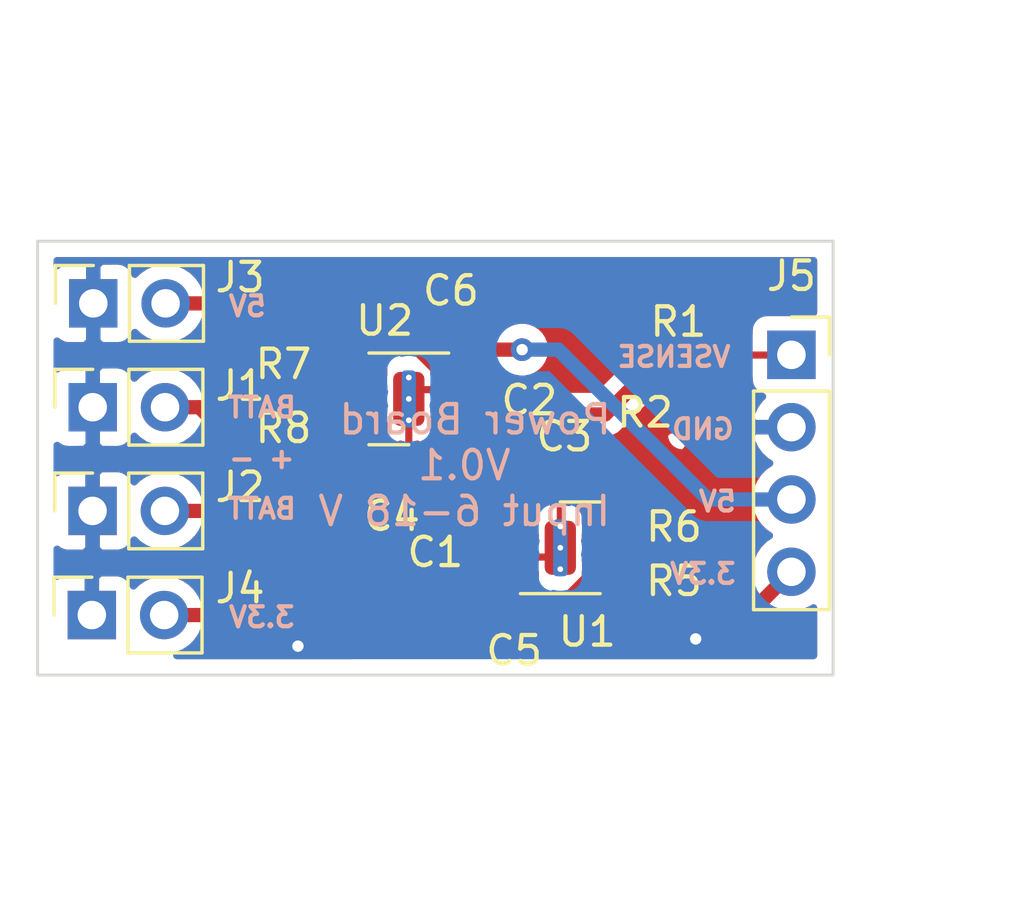
<source format=kicad_pcb>
(kicad_pcb (version 20171130) (host pcbnew 5.1.6)

  (general
    (thickness 1.6)
    (drawings 16)
    (tracks 75)
    (zones 0)
    (modules 19)
    (nets 12)
  )

  (page A4)
  (layers
    (0 F.Cu signal)
    (31 B.Cu signal)
    (32 B.Adhes user)
    (33 F.Adhes user)
    (34 B.Paste user)
    (35 F.Paste user)
    (36 B.SilkS user)
    (37 F.SilkS user)
    (38 B.Mask user)
    (39 F.Mask user)
    (40 Dwgs.User user)
    (41 Cmts.User user)
    (42 Eco1.User user)
    (43 Eco2.User user)
    (44 Edge.Cuts user)
    (45 Margin user)
    (46 B.CrtYd user)
    (47 F.CrtYd user)
    (48 B.Fab user)
    (49 F.Fab user)
  )

  (setup
    (last_trace_width 0.25)
    (trace_clearance 0.2)
    (zone_clearance 0.508)
    (zone_45_only no)
    (trace_min 0.2)
    (via_size 0.8)
    (via_drill 0.4)
    (via_min_size 0.4)
    (via_min_drill 0.3)
    (uvia_size 0.3)
    (uvia_drill 0.1)
    (uvias_allowed no)
    (uvia_min_size 0.2)
    (uvia_min_drill 0.1)
    (edge_width 0.05)
    (segment_width 0.2)
    (pcb_text_width 0.3)
    (pcb_text_size 1.5 1.5)
    (mod_edge_width 0.12)
    (mod_text_size 1 1)
    (mod_text_width 0.15)
    (pad_size 1.524 1.524)
    (pad_drill 0.762)
    (pad_to_mask_clearance 0.05)
    (aux_axis_origin 0 0)
    (visible_elements FFFFFF7F)
    (pcbplotparams
      (layerselection 0x010fc_ffffffff)
      (usegerberextensions false)
      (usegerberattributes true)
      (usegerberadvancedattributes true)
      (creategerberjobfile true)
      (excludeedgelayer true)
      (linewidth 0.100000)
      (plotframeref false)
      (viasonmask false)
      (mode 1)
      (useauxorigin false)
      (hpglpennumber 1)
      (hpglpenspeed 20)
      (hpglpendiameter 15.000000)
      (psnegative false)
      (psa4output false)
      (plotreference true)
      (plotvalue true)
      (plotinvisibletext false)
      (padsonsilk false)
      (subtractmaskfromsilk false)
      (outputformat 1)
      (mirror false)
      (drillshape 1)
      (scaleselection 1)
      (outputdirectory ""))
  )

  (net 0 "")
  (net 1 GND)
  (net 2 +BATT)
  (net 3 "Net-(C3-Pad1)")
  (net 4 "Net-(C4-Pad1)")
  (net 5 +3V3)
  (net 6 +5V)
  (net 7 /VBAT_SENSE)
  (net 8 /FB3.3)
  (net 9 /FB5)
  (net 10 "Net-(U1-Pad7)")
  (net 11 "Net-(U2-Pad7)")

  (net_class Default "This is the default net class."
    (clearance 0.2)
    (trace_width 0.25)
    (via_dia 0.8)
    (via_drill 0.4)
    (uvia_dia 0.3)
    (uvia_drill 0.1)
    (add_net +3V3)
    (add_net +5V)
    (add_net +BATT)
    (add_net /FB3.3)
    (add_net /FB5)
    (add_net /VBAT_SENSE)
    (add_net GND)
    (add_net "Net-(C3-Pad1)")
    (add_net "Net-(C4-Pad1)")
    (add_net "Net-(U1-Pad7)")
    (add_net "Net-(U2-Pad7)")
  )

  (module Package_LGA:Texas_SIL0008D_MicroSiP-8-1EP_2.8x3mm_P0.65mm_EP1.1x1.9mm_ThermalVias (layer F.Cu) (tedit 5CF944E9) (tstamp 5FA2FF8D)
    (at 99.39782 84.27974 180)
    (descr "Texas SIL0008D MicroSiP, 8 Pin (http://www.ti.com/lit/ds/symlink/tps82130.pdf#page=19), generated with kicad-footprint-generator ipc_noLead_generator.py")
    (tags "Texas MicroSiP NoLead")
    (path /5FA6DCF4)
    (attr smd)
    (fp_text reference U2 (at 0.84582 2.74574) (layer F.SilkS)
      (effects (font (size 1 1) (thickness 0.15)))
    )
    (fp_text value TPS82140 (at 0 2.45) (layer F.Fab)
      (effects (font (size 1 1) (thickness 0.15)))
    )
    (fp_text user %R (at 0 0) (layer F.Fab)
      (effects (font (size 0.7 0.7) (thickness 0.1)))
    )
    (fp_line (start 0 -1.61) (end 1.4 -1.61) (layer F.SilkS) (width 0.12))
    (fp_line (start -1.4 1.61) (end 1.4 1.61) (layer F.SilkS) (width 0.12))
    (fp_line (start -0.7 -1.5) (end 1.4 -1.5) (layer F.Fab) (width 0.1))
    (fp_line (start 1.4 -1.5) (end 1.4 1.5) (layer F.Fab) (width 0.1))
    (fp_line (start 1.4 1.5) (end -1.4 1.5) (layer F.Fab) (width 0.1))
    (fp_line (start -1.4 1.5) (end -1.4 -0.8) (layer F.Fab) (width 0.1))
    (fp_line (start -1.4 -0.8) (end -0.7 -1.5) (layer F.Fab) (width 0.1))
    (fp_line (start -1.65 -1.75) (end -1.65 1.75) (layer F.CrtYd) (width 0.05))
    (fp_line (start -1.65 1.75) (end 1.65 1.75) (layer F.CrtYd) (width 0.05))
    (fp_line (start 1.65 1.75) (end 1.65 -1.75) (layer F.CrtYd) (width 0.05))
    (fp_line (start 1.65 -1.75) (end -1.65 -1.75) (layer F.CrtYd) (width 0.05))
    (pad 8 smd roundrect (at 1.0625 -0.975 180) (size 0.625 0.5) (layers F.Cu F.Paste F.Mask) (roundrect_rratio 0.25)
      (net 4 "Net-(C4-Pad1)"))
    (pad 7 smd roundrect (at 1.0625 -0.325 180) (size 0.625 0.5) (layers F.Cu F.Paste F.Mask) (roundrect_rratio 0.25)
      (net 11 "Net-(U2-Pad7)"))
    (pad 6 smd roundrect (at 1.0625 0.325 180) (size 0.625 0.5) (layers F.Cu F.Paste F.Mask) (roundrect_rratio 0.25)
      (net 9 /FB5))
    (pad 5 smd roundrect (at 1.0625 0.975 180) (size 0.625 0.5) (layers F.Cu F.Paste F.Mask) (roundrect_rratio 0.25)
      (net 6 +5V))
    (pad 4 smd roundrect (at -1.0625 0.975 180) (size 0.625 0.5) (layers F.Cu F.Paste F.Mask) (roundrect_rratio 0.25)
      (net 6 +5V))
    (pad 3 smd roundrect (at -1.0625 0.325 180) (size 0.625 0.5) (layers F.Cu F.Paste F.Mask) (roundrect_rratio 0.25)
      (net 1 GND))
    (pad 2 smd roundrect (at -1.0625 -0.325 180) (size 0.625 0.5) (layers F.Cu F.Paste F.Mask) (roundrect_rratio 0.25)
      (net 2 +BATT))
    (pad 1 smd roundrect (at -1.0625 -0.975 180) (size 0.625 0.5) (layers F.Cu F.Paste F.Mask) (roundrect_rratio 0.25)
      (net 2 +BATT))
    (pad "" smd roundrect (at 0 0.63 180) (size 0.95 0.55) (layers F.Paste) (roundrect_rratio 0.25))
    (pad "" smd roundrect (at 0 0 180) (size 0.95 0.55) (layers F.Paste) (roundrect_rratio 0.25))
    (pad "" smd roundrect (at 0 -0.63 180) (size 0.95 0.55) (layers F.Paste) (roundrect_rratio 0.25))
    (pad 9 smd roundrect (at 0 0 180) (size 0.5 2) (layers B.Cu) (roundrect_rratio 0.25)
      (net 1 GND))
    (pad 9 thru_hole circle (at 0 0.75 180) (size 0.5 0.5) (drill 0.2) (layers *.Cu)
      (net 1 GND))
    (pad 9 thru_hole circle (at 0 0 180) (size 0.5 0.5) (drill 0.2) (layers *.Cu)
      (net 1 GND))
    (pad 9 thru_hole circle (at 0 -0.75 180) (size 0.5 0.5) (drill 0.2) (layers *.Cu)
      (net 1 GND))
    (pad 9 smd roundrect (at 0 0 180) (size 1.1 1.9) (layers F.Cu F.Mask) (roundrect_rratio 0.227273)
      (net 1 GND))
    (model ${KISYS3DMOD}/Package_LGA.3dshapes/Texas_SIL0008D_MicroSiP-8-1EP_2.8x3mm_P0.65mm_EP1.1x1.9mm.wrl
      (at (xyz 0 0 0))
      (scale (xyz 1 1 1))
      (rotate (xyz 0 0 0))
    )
  )

  (module Package_LGA:Texas_SIL0008D_MicroSiP-8-1EP_2.8x3mm_P0.65mm_EP1.1x1.9mm_ThermalVias (layer F.Cu) (tedit 5CF944E9) (tstamp 5FA2FF6D)
    (at 104.71912 89.5096)
    (descr "Texas SIL0008D MicroSiP, 8 Pin (http://www.ti.com/lit/ds/symlink/tps82130.pdf#page=19), generated with kicad-footprint-generator ipc_noLead_generator.py")
    (tags "Texas MicroSiP NoLead")
    (path /5FA4975A)
    (attr smd)
    (fp_text reference U1 (at 0.94488 2.9464) (layer F.SilkS)
      (effects (font (size 1 1) (thickness 0.15)))
    )
    (fp_text value TPS82140 (at 0 2.45) (layer F.Fab)
      (effects (font (size 1 1) (thickness 0.15)))
    )
    (fp_text user %R (at 0 0) (layer F.Fab)
      (effects (font (size 0.7 0.7) (thickness 0.1)))
    )
    (fp_line (start 0 -1.61) (end 1.4 -1.61) (layer F.SilkS) (width 0.12))
    (fp_line (start -1.4 1.61) (end 1.4 1.61) (layer F.SilkS) (width 0.12))
    (fp_line (start -0.7 -1.5) (end 1.4 -1.5) (layer F.Fab) (width 0.1))
    (fp_line (start 1.4 -1.5) (end 1.4 1.5) (layer F.Fab) (width 0.1))
    (fp_line (start 1.4 1.5) (end -1.4 1.5) (layer F.Fab) (width 0.1))
    (fp_line (start -1.4 1.5) (end -1.4 -0.8) (layer F.Fab) (width 0.1))
    (fp_line (start -1.4 -0.8) (end -0.7 -1.5) (layer F.Fab) (width 0.1))
    (fp_line (start -1.65 -1.75) (end -1.65 1.75) (layer F.CrtYd) (width 0.05))
    (fp_line (start -1.65 1.75) (end 1.65 1.75) (layer F.CrtYd) (width 0.05))
    (fp_line (start 1.65 1.75) (end 1.65 -1.75) (layer F.CrtYd) (width 0.05))
    (fp_line (start 1.65 -1.75) (end -1.65 -1.75) (layer F.CrtYd) (width 0.05))
    (pad 8 smd roundrect (at 1.0625 -0.975) (size 0.625 0.5) (layers F.Cu F.Paste F.Mask) (roundrect_rratio 0.25)
      (net 3 "Net-(C3-Pad1)"))
    (pad 7 smd roundrect (at 1.0625 -0.325) (size 0.625 0.5) (layers F.Cu F.Paste F.Mask) (roundrect_rratio 0.25)
      (net 10 "Net-(U1-Pad7)"))
    (pad 6 smd roundrect (at 1.0625 0.325) (size 0.625 0.5) (layers F.Cu F.Paste F.Mask) (roundrect_rratio 0.25)
      (net 8 /FB3.3))
    (pad 5 smd roundrect (at 1.0625 0.975) (size 0.625 0.5) (layers F.Cu F.Paste F.Mask) (roundrect_rratio 0.25)
      (net 5 +3V3))
    (pad 4 smd roundrect (at -1.0625 0.975) (size 0.625 0.5) (layers F.Cu F.Paste F.Mask) (roundrect_rratio 0.25)
      (net 5 +3V3))
    (pad 3 smd roundrect (at -1.0625 0.325) (size 0.625 0.5) (layers F.Cu F.Paste F.Mask) (roundrect_rratio 0.25)
      (net 1 GND))
    (pad 2 smd roundrect (at -1.0625 -0.325) (size 0.625 0.5) (layers F.Cu F.Paste F.Mask) (roundrect_rratio 0.25)
      (net 2 +BATT))
    (pad 1 smd roundrect (at -1.0625 -0.975) (size 0.625 0.5) (layers F.Cu F.Paste F.Mask) (roundrect_rratio 0.25)
      (net 2 +BATT))
    (pad "" smd roundrect (at 0 0.63) (size 0.95 0.55) (layers F.Paste) (roundrect_rratio 0.25))
    (pad "" smd roundrect (at 0 0) (size 0.95 0.55) (layers F.Paste) (roundrect_rratio 0.25))
    (pad "" smd roundrect (at 0 -0.63) (size 0.95 0.55) (layers F.Paste) (roundrect_rratio 0.25))
    (pad 9 smd roundrect (at 0 0) (size 0.5 2) (layers B.Cu) (roundrect_rratio 0.25)
      (net 1 GND))
    (pad 9 thru_hole circle (at 0 0.75) (size 0.5 0.5) (drill 0.2) (layers *.Cu)
      (net 1 GND))
    (pad 9 thru_hole circle (at 0 0) (size 0.5 0.5) (drill 0.2) (layers *.Cu)
      (net 1 GND))
    (pad 9 thru_hole circle (at 0 -0.75) (size 0.5 0.5) (drill 0.2) (layers *.Cu)
      (net 1 GND))
    (pad 9 smd roundrect (at 0 0) (size 1.1 1.9) (layers F.Cu F.Mask) (roundrect_rratio 0.227273)
      (net 1 GND))
    (model ${KISYS3DMOD}/Package_LGA.3dshapes/Texas_SIL0008D_MicroSiP-8-1EP_2.8x3mm_P0.65mm_EP1.1x1.9mm.wrl
      (at (xyz 0 0 0))
      (scale (xyz 1 1 1))
      (rotate (xyz 0 0 0))
    )
  )

  (module Resistor_SMD:R_0402_1005Metric (layer F.Cu) (tedit 5B301BBD) (tstamp 5FA2EEF7)
    (at 96.6978 85.3059 270)
    (descr "Resistor SMD 0402 (1005 Metric), square (rectangular) end terminal, IPC_7351 nominal, (Body size source: http://www.tortai-tech.com/upload/download/2011102023233369053.pdf), generated with kicad-footprint-generator")
    (tags resistor)
    (path /5FA6DD43)
    (attr smd)
    (fp_text reference R8 (at 0 1.7018 180) (layer F.SilkS)
      (effects (font (size 1 1) (thickness 0.15)))
    )
    (fp_text value 100K (at 0 1.17 90) (layer F.Fab)
      (effects (font (size 1 1) (thickness 0.15)))
    )
    (fp_text user %R (at 0 0 90) (layer F.Fab)
      (effects (font (size 0.25 0.25) (thickness 0.04)))
    )
    (fp_line (start -0.5 0.25) (end -0.5 -0.25) (layer F.Fab) (width 0.1))
    (fp_line (start -0.5 -0.25) (end 0.5 -0.25) (layer F.Fab) (width 0.1))
    (fp_line (start 0.5 -0.25) (end 0.5 0.25) (layer F.Fab) (width 0.1))
    (fp_line (start 0.5 0.25) (end -0.5 0.25) (layer F.Fab) (width 0.1))
    (fp_line (start -0.93 0.47) (end -0.93 -0.47) (layer F.CrtYd) (width 0.05))
    (fp_line (start -0.93 -0.47) (end 0.93 -0.47) (layer F.CrtYd) (width 0.05))
    (fp_line (start 0.93 -0.47) (end 0.93 0.47) (layer F.CrtYd) (width 0.05))
    (fp_line (start 0.93 0.47) (end -0.93 0.47) (layer F.CrtYd) (width 0.05))
    (pad 2 smd roundrect (at 0.485 0 270) (size 0.59 0.64) (layers F.Cu F.Paste F.Mask) (roundrect_rratio 0.25)
      (net 1 GND))
    (pad 1 smd roundrect (at -0.485 0 270) (size 0.59 0.64) (layers F.Cu F.Paste F.Mask) (roundrect_rratio 0.25)
      (net 9 /FB5))
    (model ${KISYS3DMOD}/Resistor_SMD.3dshapes/R_0402_1005Metric.wrl
      (at (xyz 0 0 0))
      (scale (xyz 1 1 1))
      (rotate (xyz 0 0 0))
    )
  )

  (module Resistor_SMD:R_0402_1005Metric (layer F.Cu) (tedit 5B301BBD) (tstamp 5FA2EEE8)
    (at 96.7613 82.9818 270)
    (descr "Resistor SMD 0402 (1005 Metric), square (rectangular) end terminal, IPC_7351 nominal, (Body size source: http://www.tortai-tech.com/upload/download/2011102023233369053.pdf), generated with kicad-footprint-generator")
    (tags resistor)
    (path /5FA6DD3D)
    (attr smd)
    (fp_text reference R7 (at 0.0762 1.7653 180) (layer F.SilkS)
      (effects (font (size 1 1) (thickness 0.15)))
    )
    (fp_text value 523K (at 0 1.17 90) (layer F.Fab)
      (effects (font (size 1 1) (thickness 0.15)))
    )
    (fp_text user %R (at 0 0 90) (layer F.Fab)
      (effects (font (size 0.25 0.25) (thickness 0.04)))
    )
    (fp_line (start -0.5 0.25) (end -0.5 -0.25) (layer F.Fab) (width 0.1))
    (fp_line (start -0.5 -0.25) (end 0.5 -0.25) (layer F.Fab) (width 0.1))
    (fp_line (start 0.5 -0.25) (end 0.5 0.25) (layer F.Fab) (width 0.1))
    (fp_line (start 0.5 0.25) (end -0.5 0.25) (layer F.Fab) (width 0.1))
    (fp_line (start -0.93 0.47) (end -0.93 -0.47) (layer F.CrtYd) (width 0.05))
    (fp_line (start -0.93 -0.47) (end 0.93 -0.47) (layer F.CrtYd) (width 0.05))
    (fp_line (start 0.93 -0.47) (end 0.93 0.47) (layer F.CrtYd) (width 0.05))
    (fp_line (start 0.93 0.47) (end -0.93 0.47) (layer F.CrtYd) (width 0.05))
    (pad 2 smd roundrect (at 0.485 0 270) (size 0.59 0.64) (layers F.Cu F.Paste F.Mask) (roundrect_rratio 0.25)
      (net 9 /FB5))
    (pad 1 smd roundrect (at -0.485 0 270) (size 0.59 0.64) (layers F.Cu F.Paste F.Mask) (roundrect_rratio 0.25)
      (net 6 +5V))
    (model ${KISYS3DMOD}/Resistor_SMD.3dshapes/R_0402_1005Metric.wrl
      (at (xyz 0 0 0))
      (scale (xyz 1 1 1))
      (rotate (xyz 0 0 0))
    )
  )

  (module Resistor_SMD:R_0402_1005Metric (layer F.Cu) (tedit 5B301BBD) (tstamp 5FA2EED9)
    (at 107.2642 88.773 90)
    (descr "Resistor SMD 0402 (1005 Metric), square (rectangular) end terminal, IPC_7351 nominal, (Body size source: http://www.tortai-tech.com/upload/download/2011102023233369053.pdf), generated with kicad-footprint-generator")
    (tags resistor)
    (path /5FA55AFC)
    (attr smd)
    (fp_text reference R6 (at 0 1.4478 180) (layer F.SilkS)
      (effects (font (size 1 1) (thickness 0.15)))
    )
    (fp_text value 100K (at 0 1.17 90) (layer F.Fab)
      (effects (font (size 1 1) (thickness 0.15)))
    )
    (fp_text user %R (at 0 0 90) (layer F.Fab)
      (effects (font (size 0.25 0.25) (thickness 0.04)))
    )
    (fp_line (start -0.5 0.25) (end -0.5 -0.25) (layer F.Fab) (width 0.1))
    (fp_line (start -0.5 -0.25) (end 0.5 -0.25) (layer F.Fab) (width 0.1))
    (fp_line (start 0.5 -0.25) (end 0.5 0.25) (layer F.Fab) (width 0.1))
    (fp_line (start 0.5 0.25) (end -0.5 0.25) (layer F.Fab) (width 0.1))
    (fp_line (start -0.93 0.47) (end -0.93 -0.47) (layer F.CrtYd) (width 0.05))
    (fp_line (start -0.93 -0.47) (end 0.93 -0.47) (layer F.CrtYd) (width 0.05))
    (fp_line (start 0.93 -0.47) (end 0.93 0.47) (layer F.CrtYd) (width 0.05))
    (fp_line (start 0.93 0.47) (end -0.93 0.47) (layer F.CrtYd) (width 0.05))
    (pad 2 smd roundrect (at 0.485 0 90) (size 0.59 0.64) (layers F.Cu F.Paste F.Mask) (roundrect_rratio 0.25)
      (net 1 GND))
    (pad 1 smd roundrect (at -0.485 0 90) (size 0.59 0.64) (layers F.Cu F.Paste F.Mask) (roundrect_rratio 0.25)
      (net 8 /FB3.3))
    (model ${KISYS3DMOD}/Resistor_SMD.3dshapes/R_0402_1005Metric.wrl
      (at (xyz 0 0 0))
      (scale (xyz 1 1 1))
      (rotate (xyz 0 0 0))
    )
  )

  (module Resistor_SMD:R_0402_1005Metric (layer F.Cu) (tedit 5B301BBD) (tstamp 5FA2EECA)
    (at 107.2515 90.9066 90)
    (descr "Resistor SMD 0402 (1005 Metric), square (rectangular) end terminal, IPC_7351 nominal, (Body size source: http://www.tortai-tech.com/upload/download/2011102023233369053.pdf), generated with kicad-footprint-generator")
    (tags resistor)
    (path /5FA55760)
    (attr smd)
    (fp_text reference R5 (at 0.2286 1.4605 180) (layer F.SilkS)
      (effects (font (size 1 1) (thickness 0.15)))
    )
    (fp_text value 309K (at 0 1.17 90) (layer F.Fab)
      (effects (font (size 1 1) (thickness 0.15)))
    )
    (fp_text user %R (at 0 0 90) (layer F.Fab)
      (effects (font (size 0.25 0.25) (thickness 0.04)))
    )
    (fp_line (start -0.5 0.25) (end -0.5 -0.25) (layer F.Fab) (width 0.1))
    (fp_line (start -0.5 -0.25) (end 0.5 -0.25) (layer F.Fab) (width 0.1))
    (fp_line (start 0.5 -0.25) (end 0.5 0.25) (layer F.Fab) (width 0.1))
    (fp_line (start 0.5 0.25) (end -0.5 0.25) (layer F.Fab) (width 0.1))
    (fp_line (start -0.93 0.47) (end -0.93 -0.47) (layer F.CrtYd) (width 0.05))
    (fp_line (start -0.93 -0.47) (end 0.93 -0.47) (layer F.CrtYd) (width 0.05))
    (fp_line (start 0.93 -0.47) (end 0.93 0.47) (layer F.CrtYd) (width 0.05))
    (fp_line (start 0.93 0.47) (end -0.93 0.47) (layer F.CrtYd) (width 0.05))
    (pad 2 smd roundrect (at 0.485 0 90) (size 0.59 0.64) (layers F.Cu F.Paste F.Mask) (roundrect_rratio 0.25)
      (net 8 /FB3.3))
    (pad 1 smd roundrect (at -0.485 0 90) (size 0.59 0.64) (layers F.Cu F.Paste F.Mask) (roundrect_rratio 0.25)
      (net 5 +3V3))
    (model ${KISYS3DMOD}/Resistor_SMD.3dshapes/R_0402_1005Metric.wrl
      (at (xyz 0 0 0))
      (scale (xyz 1 1 1))
      (rotate (xyz 0 0 0))
    )
  )

  (module Resistor_SMD:R_0402_1005Metric (layer F.Cu) (tedit 5B301BBD) (tstamp 5FA2EE9D)
    (at 109.3343 84.7598 270)
    (descr "Resistor SMD 0402 (1005 Metric), square (rectangular) end terminal, IPC_7351 nominal, (Body size source: http://www.tortai-tech.com/upload/download/2011102023233369053.pdf), generated with kicad-footprint-generator")
    (tags resistor)
    (path /5FA76E75)
    (attr smd)
    (fp_text reference R2 (at 0 1.6383 180) (layer F.SilkS)
      (effects (font (size 1 1) (thickness 0.15)))
    )
    (fp_text value 100K (at 0 1.17 90) (layer F.Fab)
      (effects (font (size 1 1) (thickness 0.15)))
    )
    (fp_text user %R (at 0 0 90) (layer F.Fab)
      (effects (font (size 0.25 0.25) (thickness 0.04)))
    )
    (fp_line (start -0.5 0.25) (end -0.5 -0.25) (layer F.Fab) (width 0.1))
    (fp_line (start -0.5 -0.25) (end 0.5 -0.25) (layer F.Fab) (width 0.1))
    (fp_line (start 0.5 -0.25) (end 0.5 0.25) (layer F.Fab) (width 0.1))
    (fp_line (start 0.5 0.25) (end -0.5 0.25) (layer F.Fab) (width 0.1))
    (fp_line (start -0.93 0.47) (end -0.93 -0.47) (layer F.CrtYd) (width 0.05))
    (fp_line (start -0.93 -0.47) (end 0.93 -0.47) (layer F.CrtYd) (width 0.05))
    (fp_line (start 0.93 -0.47) (end 0.93 0.47) (layer F.CrtYd) (width 0.05))
    (fp_line (start 0.93 0.47) (end -0.93 0.47) (layer F.CrtYd) (width 0.05))
    (pad 2 smd roundrect (at 0.485 0 270) (size 0.59 0.64) (layers F.Cu F.Paste F.Mask) (roundrect_rratio 0.25)
      (net 1 GND))
    (pad 1 smd roundrect (at -0.485 0 270) (size 0.59 0.64) (layers F.Cu F.Paste F.Mask) (roundrect_rratio 0.25)
      (net 7 /VBAT_SENSE))
    (model ${KISYS3DMOD}/Resistor_SMD.3dshapes/R_0402_1005Metric.wrl
      (at (xyz 0 0 0))
      (scale (xyz 1 1 1))
      (rotate (xyz 0 0 0))
    )
  )

  (module Resistor_SMD:R_0402_1005Metric (layer F.Cu) (tedit 5B301BBD) (tstamp 5FA2EE8E)
    (at 108.8644 82.7405)
    (descr "Resistor SMD 0402 (1005 Metric), square (rectangular) end terminal, IPC_7351 nominal, (Body size source: http://www.tortai-tech.com/upload/download/2011102023233369053.pdf), generated with kicad-footprint-generator")
    (tags resistor)
    (path /5FA7768F)
    (attr smd)
    (fp_text reference R1 (at 0 -1.17) (layer F.SilkS)
      (effects (font (size 1 1) (thickness 0.15)))
    )
    (fp_text value 523K (at 0 1.17) (layer F.Fab)
      (effects (font (size 1 1) (thickness 0.15)))
    )
    (fp_text user %R (at 0 0) (layer F.Fab)
      (effects (font (size 0.25 0.25) (thickness 0.04)))
    )
    (fp_line (start -0.5 0.25) (end -0.5 -0.25) (layer F.Fab) (width 0.1))
    (fp_line (start -0.5 -0.25) (end 0.5 -0.25) (layer F.Fab) (width 0.1))
    (fp_line (start 0.5 -0.25) (end 0.5 0.25) (layer F.Fab) (width 0.1))
    (fp_line (start 0.5 0.25) (end -0.5 0.25) (layer F.Fab) (width 0.1))
    (fp_line (start -0.93 0.47) (end -0.93 -0.47) (layer F.CrtYd) (width 0.05))
    (fp_line (start -0.93 -0.47) (end 0.93 -0.47) (layer F.CrtYd) (width 0.05))
    (fp_line (start 0.93 -0.47) (end 0.93 0.47) (layer F.CrtYd) (width 0.05))
    (fp_line (start 0.93 0.47) (end -0.93 0.47) (layer F.CrtYd) (width 0.05))
    (pad 2 smd roundrect (at 0.485 0) (size 0.59 0.64) (layers F.Cu F.Paste F.Mask) (roundrect_rratio 0.25)
      (net 7 /VBAT_SENSE))
    (pad 1 smd roundrect (at -0.485 0) (size 0.59 0.64) (layers F.Cu F.Paste F.Mask) (roundrect_rratio 0.25)
      (net 2 +BATT))
    (model ${KISYS3DMOD}/Resistor_SMD.3dshapes/R_0402_1005Metric.wrl
      (at (xyz 0 0 0))
      (scale (xyz 1 1 1))
      (rotate (xyz 0 0 0))
    )
  )

  (module Connector_PinSocket_2.54mm:PinSocket_1x04_P2.54mm_Vertical (layer F.Cu) (tedit 5A19A429) (tstamp 5FA2EE7F)
    (at 112.83696 82.73288)
    (descr "Through hole straight socket strip, 1x04, 2.54mm pitch, single row (from Kicad 4.0.7), script generated")
    (tags "Through hole socket strip THT 1x04 2.54mm single row")
    (path /5FA277FC)
    (fp_text reference J5 (at 0 -2.77) (layer F.SilkS)
      (effects (font (size 1 1) (thickness 0.15)))
    )
    (fp_text value Conn_01x04_Female (at 0 10.39) (layer F.Fab)
      (effects (font (size 1 1) (thickness 0.15)))
    )
    (fp_text user %R (at 0 3.81 90) (layer F.Fab)
      (effects (font (size 1 1) (thickness 0.15)))
    )
    (fp_line (start -1.27 -1.27) (end 0.635 -1.27) (layer F.Fab) (width 0.1))
    (fp_line (start 0.635 -1.27) (end 1.27 -0.635) (layer F.Fab) (width 0.1))
    (fp_line (start 1.27 -0.635) (end 1.27 8.89) (layer F.Fab) (width 0.1))
    (fp_line (start 1.27 8.89) (end -1.27 8.89) (layer F.Fab) (width 0.1))
    (fp_line (start -1.27 8.89) (end -1.27 -1.27) (layer F.Fab) (width 0.1))
    (fp_line (start -1.33 1.27) (end 1.33 1.27) (layer F.SilkS) (width 0.12))
    (fp_line (start -1.33 1.27) (end -1.33 8.95) (layer F.SilkS) (width 0.12))
    (fp_line (start -1.33 8.95) (end 1.33 8.95) (layer F.SilkS) (width 0.12))
    (fp_line (start 1.33 1.27) (end 1.33 8.95) (layer F.SilkS) (width 0.12))
    (fp_line (start 1.33 -1.33) (end 1.33 0) (layer F.SilkS) (width 0.12))
    (fp_line (start 0 -1.33) (end 1.33 -1.33) (layer F.SilkS) (width 0.12))
    (fp_line (start -1.8 -1.8) (end 1.75 -1.8) (layer F.CrtYd) (width 0.05))
    (fp_line (start 1.75 -1.8) (end 1.75 9.4) (layer F.CrtYd) (width 0.05))
    (fp_line (start 1.75 9.4) (end -1.8 9.4) (layer F.CrtYd) (width 0.05))
    (fp_line (start -1.8 9.4) (end -1.8 -1.8) (layer F.CrtYd) (width 0.05))
    (pad 4 thru_hole oval (at 0 7.62) (size 1.7 1.7) (drill 1) (layers *.Cu *.Mask)
      (net 5 +3V3))
    (pad 3 thru_hole oval (at 0 5.08) (size 1.7 1.7) (drill 1) (layers *.Cu *.Mask)
      (net 6 +5V))
    (pad 2 thru_hole oval (at 0 2.54) (size 1.7 1.7) (drill 1) (layers *.Cu *.Mask)
      (net 1 GND))
    (pad 1 thru_hole rect (at 0 0) (size 1.7 1.7) (drill 1) (layers *.Cu *.Mask)
      (net 7 /VBAT_SENSE))
    (model ${KISYS3DMOD}/Connector_PinSocket_2.54mm.3dshapes/PinSocket_1x04_P2.54mm_Vertical.wrl
      (at (xyz 0 0 0))
      (scale (xyz 1 1 1))
      (rotate (xyz 0 0 0))
    )
  )

  (module Connector_PinSocket_2.54mm:PinSocket_1x02_P2.54mm_Vertical (layer F.Cu) (tedit 5A19A420) (tstamp 5FA2EE0F)
    (at 88.265 91.8718 90)
    (descr "Through hole straight socket strip, 1x02, 2.54mm pitch, single row (from Kicad 4.0.7), script generated")
    (tags "Through hole socket strip THT 1x02 2.54mm single row")
    (path /5FA3E563)
    (fp_text reference J4 (at 0.9398 5.207 180) (layer F.SilkS)
      (effects (font (size 1 1) (thickness 0.15)))
    )
    (fp_text value 3.3V (at 0 5.31 90) (layer F.Fab)
      (effects (font (size 1 1) (thickness 0.15)))
    )
    (fp_text user %R (at 0 1.27) (layer F.Fab)
      (effects (font (size 1 1) (thickness 0.15)))
    )
    (fp_line (start -1.27 -1.27) (end 0.635 -1.27) (layer F.Fab) (width 0.1))
    (fp_line (start 0.635 -1.27) (end 1.27 -0.635) (layer F.Fab) (width 0.1))
    (fp_line (start 1.27 -0.635) (end 1.27 3.81) (layer F.Fab) (width 0.1))
    (fp_line (start 1.27 3.81) (end -1.27 3.81) (layer F.Fab) (width 0.1))
    (fp_line (start -1.27 3.81) (end -1.27 -1.27) (layer F.Fab) (width 0.1))
    (fp_line (start -1.33 1.27) (end 1.33 1.27) (layer F.SilkS) (width 0.12))
    (fp_line (start -1.33 1.27) (end -1.33 3.87) (layer F.SilkS) (width 0.12))
    (fp_line (start -1.33 3.87) (end 1.33 3.87) (layer F.SilkS) (width 0.12))
    (fp_line (start 1.33 1.27) (end 1.33 3.87) (layer F.SilkS) (width 0.12))
    (fp_line (start 1.33 -1.33) (end 1.33 0) (layer F.SilkS) (width 0.12))
    (fp_line (start 0 -1.33) (end 1.33 -1.33) (layer F.SilkS) (width 0.12))
    (fp_line (start -1.8 -1.8) (end 1.75 -1.8) (layer F.CrtYd) (width 0.05))
    (fp_line (start 1.75 -1.8) (end 1.75 4.3) (layer F.CrtYd) (width 0.05))
    (fp_line (start 1.75 4.3) (end -1.8 4.3) (layer F.CrtYd) (width 0.05))
    (fp_line (start -1.8 4.3) (end -1.8 -1.8) (layer F.CrtYd) (width 0.05))
    (pad 2 thru_hole oval (at 0 2.54 90) (size 1.7 1.7) (drill 1) (layers *.Cu *.Mask)
      (net 5 +3V3))
    (pad 1 thru_hole rect (at 0 0 90) (size 1.7 1.7) (drill 1) (layers *.Cu *.Mask)
      (net 1 GND))
    (model ${KISYS3DMOD}/Connector_PinSocket_2.54mm.3dshapes/PinSocket_1x02_P2.54mm_Vertical.wrl
      (at (xyz 0 0 0))
      (scale (xyz 1 1 1))
      (rotate (xyz 0 0 0))
    )
  )

  (module Connector_PinSocket_2.54mm:PinSocket_1x02_P2.54mm_Vertical (layer F.Cu) (tedit 5A19A420) (tstamp 5FA2EDA1)
    (at 88.3158 80.9244 90)
    (descr "Through hole straight socket strip, 1x02, 2.54mm pitch, single row (from Kicad 4.0.7), script generated")
    (tags "Through hole socket strip THT 1x02 2.54mm single row")
    (path /5FA39390)
    (fp_text reference J3 (at 0.9144 5.1562 180) (layer F.SilkS)
      (effects (font (size 1 1) (thickness 0.15)))
    )
    (fp_text value 5V (at 0 5.31 90) (layer F.Fab)
      (effects (font (size 1 1) (thickness 0.15)))
    )
    (fp_text user %R (at 0 1.27) (layer F.Fab)
      (effects (font (size 1 1) (thickness 0.15)))
    )
    (fp_line (start -1.27 -1.27) (end 0.635 -1.27) (layer F.Fab) (width 0.1))
    (fp_line (start 0.635 -1.27) (end 1.27 -0.635) (layer F.Fab) (width 0.1))
    (fp_line (start 1.27 -0.635) (end 1.27 3.81) (layer F.Fab) (width 0.1))
    (fp_line (start 1.27 3.81) (end -1.27 3.81) (layer F.Fab) (width 0.1))
    (fp_line (start -1.27 3.81) (end -1.27 -1.27) (layer F.Fab) (width 0.1))
    (fp_line (start -1.33 1.27) (end 1.33 1.27) (layer F.SilkS) (width 0.12))
    (fp_line (start -1.33 1.27) (end -1.33 3.87) (layer F.SilkS) (width 0.12))
    (fp_line (start -1.33 3.87) (end 1.33 3.87) (layer F.SilkS) (width 0.12))
    (fp_line (start 1.33 1.27) (end 1.33 3.87) (layer F.SilkS) (width 0.12))
    (fp_line (start 1.33 -1.33) (end 1.33 0) (layer F.SilkS) (width 0.12))
    (fp_line (start 0 -1.33) (end 1.33 -1.33) (layer F.SilkS) (width 0.12))
    (fp_line (start -1.8 -1.8) (end 1.75 -1.8) (layer F.CrtYd) (width 0.05))
    (fp_line (start 1.75 -1.8) (end 1.75 4.3) (layer F.CrtYd) (width 0.05))
    (fp_line (start 1.75 4.3) (end -1.8 4.3) (layer F.CrtYd) (width 0.05))
    (fp_line (start -1.8 4.3) (end -1.8 -1.8) (layer F.CrtYd) (width 0.05))
    (pad 2 thru_hole oval (at 0 2.54 90) (size 1.7 1.7) (drill 1) (layers *.Cu *.Mask)
      (net 6 +5V))
    (pad 1 thru_hole rect (at 0 0 90) (size 1.7 1.7) (drill 1) (layers *.Cu *.Mask)
      (net 1 GND))
    (model ${KISYS3DMOD}/Connector_PinSocket_2.54mm.3dshapes/PinSocket_1x02_P2.54mm_Vertical.wrl
      (at (xyz 0 0 0))
      (scale (xyz 1 1 1))
      (rotate (xyz 0 0 0))
    )
  )

  (module Connector_PinSocket_2.54mm:PinSocket_1x02_P2.54mm_Vertical (layer F.Cu) (tedit 5A19A420) (tstamp 5FA343EF)
    (at 88.2904 88.2142 90)
    (descr "Through hole straight socket strip, 1x02, 2.54mm pitch, single row (from Kicad 4.0.7), script generated")
    (tags "Through hole socket strip THT 1x02 2.54mm single row")
    (path /5FA2EE2E)
    (fp_text reference J2 (at 0.8382 5.1816 180) (layer F.SilkS)
      (effects (font (size 1 1) (thickness 0.15)))
    )
    (fp_text value Batt (at 0 5.31 90) (layer F.Fab)
      (effects (font (size 1 1) (thickness 0.15)))
    )
    (fp_text user %R (at 0 1.27) (layer F.Fab)
      (effects (font (size 1 1) (thickness 0.15)))
    )
    (fp_line (start -1.27 -1.27) (end 0.635 -1.27) (layer F.Fab) (width 0.1))
    (fp_line (start 0.635 -1.27) (end 1.27 -0.635) (layer F.Fab) (width 0.1))
    (fp_line (start 1.27 -0.635) (end 1.27 3.81) (layer F.Fab) (width 0.1))
    (fp_line (start 1.27 3.81) (end -1.27 3.81) (layer F.Fab) (width 0.1))
    (fp_line (start -1.27 3.81) (end -1.27 -1.27) (layer F.Fab) (width 0.1))
    (fp_line (start -1.33 1.27) (end 1.33 1.27) (layer F.SilkS) (width 0.12))
    (fp_line (start -1.33 1.27) (end -1.33 3.87) (layer F.SilkS) (width 0.12))
    (fp_line (start -1.33 3.87) (end 1.33 3.87) (layer F.SilkS) (width 0.12))
    (fp_line (start 1.33 1.27) (end 1.33 3.87) (layer F.SilkS) (width 0.12))
    (fp_line (start 1.33 -1.33) (end 1.33 0) (layer F.SilkS) (width 0.12))
    (fp_line (start 0 -1.33) (end 1.33 -1.33) (layer F.SilkS) (width 0.12))
    (fp_line (start -1.8 -1.8) (end 1.75 -1.8) (layer F.CrtYd) (width 0.05))
    (fp_line (start 1.75 -1.8) (end 1.75 4.3) (layer F.CrtYd) (width 0.05))
    (fp_line (start 1.75 4.3) (end -1.8 4.3) (layer F.CrtYd) (width 0.05))
    (fp_line (start -1.8 4.3) (end -1.8 -1.8) (layer F.CrtYd) (width 0.05))
    (pad 2 thru_hole oval (at 0 2.54 90) (size 1.7 1.7) (drill 1) (layers *.Cu *.Mask)
      (net 2 +BATT))
    (pad 1 thru_hole rect (at 0 0 90) (size 1.7 1.7) (drill 1) (layers *.Cu *.Mask)
      (net 1 GND))
    (model ${KISYS3DMOD}/Connector_PinSocket_2.54mm.3dshapes/PinSocket_1x02_P2.54mm_Vertical.wrl
      (at (xyz 0 0 0))
      (scale (xyz 1 1 1))
      (rotate (xyz 0 0 0))
    )
  )

  (module Connector_PinSocket_2.54mm:PinSocket_1x02_P2.54mm_Vertical (layer F.Cu) (tedit 5A19A420) (tstamp 5FA2ED33)
    (at 88.29548 84.57184 90)
    (descr "Through hole straight socket strip, 1x02, 2.54mm pitch, single row (from Kicad 4.0.7), script generated")
    (tags "Through hole socket strip THT 1x02 2.54mm single row")
    (path /5FA2AF0B)
    (fp_text reference J1 (at 0.75184 5.17652 180) (layer F.SilkS)
      (effects (font (size 1 1) (thickness 0.15)))
    )
    (fp_text value Batt (at 0 5.31 90) (layer F.Fab)
      (effects (font (size 1 1) (thickness 0.15)))
    )
    (fp_text user %R (at 0 1.27) (layer F.Fab)
      (effects (font (size 1 1) (thickness 0.15)))
    )
    (fp_line (start -1.27 -1.27) (end 0.635 -1.27) (layer F.Fab) (width 0.1))
    (fp_line (start 0.635 -1.27) (end 1.27 -0.635) (layer F.Fab) (width 0.1))
    (fp_line (start 1.27 -0.635) (end 1.27 3.81) (layer F.Fab) (width 0.1))
    (fp_line (start 1.27 3.81) (end -1.27 3.81) (layer F.Fab) (width 0.1))
    (fp_line (start -1.27 3.81) (end -1.27 -1.27) (layer F.Fab) (width 0.1))
    (fp_line (start -1.33 1.27) (end 1.33 1.27) (layer F.SilkS) (width 0.12))
    (fp_line (start -1.33 1.27) (end -1.33 3.87) (layer F.SilkS) (width 0.12))
    (fp_line (start -1.33 3.87) (end 1.33 3.87) (layer F.SilkS) (width 0.12))
    (fp_line (start 1.33 1.27) (end 1.33 3.87) (layer F.SilkS) (width 0.12))
    (fp_line (start 1.33 -1.33) (end 1.33 0) (layer F.SilkS) (width 0.12))
    (fp_line (start 0 -1.33) (end 1.33 -1.33) (layer F.SilkS) (width 0.12))
    (fp_line (start -1.8 -1.8) (end 1.75 -1.8) (layer F.CrtYd) (width 0.05))
    (fp_line (start 1.75 -1.8) (end 1.75 4.3) (layer F.CrtYd) (width 0.05))
    (fp_line (start 1.75 4.3) (end -1.8 4.3) (layer F.CrtYd) (width 0.05))
    (fp_line (start -1.8 4.3) (end -1.8 -1.8) (layer F.CrtYd) (width 0.05))
    (pad 2 thru_hole oval (at 0 2.54 90) (size 1.7 1.7) (drill 1) (layers *.Cu *.Mask)
      (net 2 +BATT))
    (pad 1 thru_hole rect (at 0 0 90) (size 1.7 1.7) (drill 1) (layers *.Cu *.Mask)
      (net 1 GND))
    (model ${KISYS3DMOD}/Connector_PinSocket_2.54mm.3dshapes/PinSocket_1x02_P2.54mm_Vertical.wrl
      (at (xyz 0 0 0))
      (scale (xyz 1 1 1))
      (rotate (xyz 0 0 0))
    )
  )

  (module Capacitor_SMD:C_0402_1005Metric (layer F.Cu) (tedit 5B301BBE) (tstamp 5FA2ED1D)
    (at 100.8761 81.6483)
    (descr "Capacitor SMD 0402 (1005 Metric), square (rectangular) end terminal, IPC_7351 nominal, (Body size source: http://www.tortai-tech.com/upload/download/2011102023233369053.pdf), generated with kicad-footprint-generator")
    (tags capacitor)
    (path /5FA6DD25)
    (attr smd)
    (fp_text reference C6 (at 0 -1.17) (layer F.SilkS)
      (effects (font (size 1 1) (thickness 0.15)))
    )
    (fp_text value 22uF (at 0 1.17) (layer F.Fab)
      (effects (font (size 1 1) (thickness 0.15)))
    )
    (fp_text user %R (at 0 0) (layer F.Fab)
      (effects (font (size 0.25 0.25) (thickness 0.04)))
    )
    (fp_line (start -0.5 0.25) (end -0.5 -0.25) (layer F.Fab) (width 0.1))
    (fp_line (start -0.5 -0.25) (end 0.5 -0.25) (layer F.Fab) (width 0.1))
    (fp_line (start 0.5 -0.25) (end 0.5 0.25) (layer F.Fab) (width 0.1))
    (fp_line (start 0.5 0.25) (end -0.5 0.25) (layer F.Fab) (width 0.1))
    (fp_line (start -0.93 0.47) (end -0.93 -0.47) (layer F.CrtYd) (width 0.05))
    (fp_line (start -0.93 -0.47) (end 0.93 -0.47) (layer F.CrtYd) (width 0.05))
    (fp_line (start 0.93 -0.47) (end 0.93 0.47) (layer F.CrtYd) (width 0.05))
    (fp_line (start 0.93 0.47) (end -0.93 0.47) (layer F.CrtYd) (width 0.05))
    (pad 2 smd roundrect (at 0.485 0) (size 0.59 0.64) (layers F.Cu F.Paste F.Mask) (roundrect_rratio 0.25)
      (net 1 GND))
    (pad 1 smd roundrect (at -0.485 0) (size 0.59 0.64) (layers F.Cu F.Paste F.Mask) (roundrect_rratio 0.25)
      (net 6 +5V))
    (model ${KISYS3DMOD}/Capacitor_SMD.3dshapes/C_0402_1005Metric.wrl
      (at (xyz 0 0 0))
      (scale (xyz 1 1 1))
      (rotate (xyz 0 0 0))
    )
  )

  (module Capacitor_SMD:C_0402_1005Metric (layer F.Cu) (tedit 5B301BBE) (tstamp 5FA2ED0E)
    (at 103.0986 91.948 180)
    (descr "Capacitor SMD 0402 (1005 Metric), square (rectangular) end terminal, IPC_7351 nominal, (Body size source: http://www.tortai-tech.com/upload/download/2011102023233369053.pdf), generated with kicad-footprint-generator")
    (tags capacitor)
    (path /5FA533F6)
    (attr smd)
    (fp_text reference C5 (at 0 -1.17) (layer F.SilkS)
      (effects (font (size 1 1) (thickness 0.15)))
    )
    (fp_text value 22uF (at 0 1.17) (layer F.Fab)
      (effects (font (size 1 1) (thickness 0.15)))
    )
    (fp_text user %R (at 0 0) (layer F.Fab)
      (effects (font (size 0.25 0.25) (thickness 0.04)))
    )
    (fp_line (start -0.5 0.25) (end -0.5 -0.25) (layer F.Fab) (width 0.1))
    (fp_line (start -0.5 -0.25) (end 0.5 -0.25) (layer F.Fab) (width 0.1))
    (fp_line (start 0.5 -0.25) (end 0.5 0.25) (layer F.Fab) (width 0.1))
    (fp_line (start 0.5 0.25) (end -0.5 0.25) (layer F.Fab) (width 0.1))
    (fp_line (start -0.93 0.47) (end -0.93 -0.47) (layer F.CrtYd) (width 0.05))
    (fp_line (start -0.93 -0.47) (end 0.93 -0.47) (layer F.CrtYd) (width 0.05))
    (fp_line (start 0.93 -0.47) (end 0.93 0.47) (layer F.CrtYd) (width 0.05))
    (fp_line (start 0.93 0.47) (end -0.93 0.47) (layer F.CrtYd) (width 0.05))
    (pad 2 smd roundrect (at 0.485 0 180) (size 0.59 0.64) (layers F.Cu F.Paste F.Mask) (roundrect_rratio 0.25)
      (net 1 GND))
    (pad 1 smd roundrect (at -0.485 0 180) (size 0.59 0.64) (layers F.Cu F.Paste F.Mask) (roundrect_rratio 0.25)
      (net 5 +3V3))
    (model ${KISYS3DMOD}/Capacitor_SMD.3dshapes/C_0402_1005Metric.wrl
      (at (xyz 0 0 0))
      (scale (xyz 1 1 1))
      (rotate (xyz 0 0 0))
    )
  )

  (module Capacitor_SMD:C_0402_1005Metric (layer F.Cu) (tedit 5B301BBE) (tstamp 5FA2ECFF)
    (at 98.7298 87.0712)
    (descr "Capacitor SMD 0402 (1005 Metric), square (rectangular) end terminal, IPC_7351 nominal, (Body size source: http://www.tortai-tech.com/upload/download/2011102023233369053.pdf), generated with kicad-footprint-generator")
    (tags capacitor)
    (path /5FA6DCFB)
    (attr smd)
    (fp_text reference C4 (at 0.0762 1.3208) (layer F.SilkS)
      (effects (font (size 1 1) (thickness 0.15)))
    )
    (fp_text value 430pF (at 0 1.17) (layer F.Fab)
      (effects (font (size 1 1) (thickness 0.15)))
    )
    (fp_text user %R (at 0 0) (layer F.Fab)
      (effects (font (size 0.25 0.25) (thickness 0.04)))
    )
    (fp_line (start -0.5 0.25) (end -0.5 -0.25) (layer F.Fab) (width 0.1))
    (fp_line (start -0.5 -0.25) (end 0.5 -0.25) (layer F.Fab) (width 0.1))
    (fp_line (start 0.5 -0.25) (end 0.5 0.25) (layer F.Fab) (width 0.1))
    (fp_line (start 0.5 0.25) (end -0.5 0.25) (layer F.Fab) (width 0.1))
    (fp_line (start -0.93 0.47) (end -0.93 -0.47) (layer F.CrtYd) (width 0.05))
    (fp_line (start -0.93 -0.47) (end 0.93 -0.47) (layer F.CrtYd) (width 0.05))
    (fp_line (start 0.93 -0.47) (end 0.93 0.47) (layer F.CrtYd) (width 0.05))
    (fp_line (start 0.93 0.47) (end -0.93 0.47) (layer F.CrtYd) (width 0.05))
    (pad 2 smd roundrect (at 0.485 0) (size 0.59 0.64) (layers F.Cu F.Paste F.Mask) (roundrect_rratio 0.25)
      (net 1 GND))
    (pad 1 smd roundrect (at -0.485 0) (size 0.59 0.64) (layers F.Cu F.Paste F.Mask) (roundrect_rratio 0.25)
      (net 4 "Net-(C4-Pad1)"))
    (model ${KISYS3DMOD}/Capacitor_SMD.3dshapes/C_0402_1005Metric.wrl
      (at (xyz 0 0 0))
      (scale (xyz 1 1 1))
      (rotate (xyz 0 0 0))
    )
  )

  (module Capacitor_SMD:C_0402_1005Metric (layer F.Cu) (tedit 5B301BBE) (tstamp 5FA2ECF0)
    (at 104.8639 86.7791 180)
    (descr "Capacitor SMD 0402 (1005 Metric), square (rectangular) end terminal, IPC_7351 nominal, (Body size source: http://www.tortai-tech.com/upload/download/2011102023233369053.pdf), generated with kicad-footprint-generator")
    (tags capacitor)
    (path /5FA4CA5E)
    (attr smd)
    (fp_text reference C3 (at 0 1.1811) (layer F.SilkS)
      (effects (font (size 1 1) (thickness 0.15)))
    )
    (fp_text value 430pF (at 0 1.17) (layer F.Fab)
      (effects (font (size 1 1) (thickness 0.15)))
    )
    (fp_text user %R (at 0 0) (layer F.Fab)
      (effects (font (size 0.25 0.25) (thickness 0.04)))
    )
    (fp_line (start -0.5 0.25) (end -0.5 -0.25) (layer F.Fab) (width 0.1))
    (fp_line (start -0.5 -0.25) (end 0.5 -0.25) (layer F.Fab) (width 0.1))
    (fp_line (start 0.5 -0.25) (end 0.5 0.25) (layer F.Fab) (width 0.1))
    (fp_line (start 0.5 0.25) (end -0.5 0.25) (layer F.Fab) (width 0.1))
    (fp_line (start -0.93 0.47) (end -0.93 -0.47) (layer F.CrtYd) (width 0.05))
    (fp_line (start -0.93 -0.47) (end 0.93 -0.47) (layer F.CrtYd) (width 0.05))
    (fp_line (start 0.93 -0.47) (end 0.93 0.47) (layer F.CrtYd) (width 0.05))
    (fp_line (start 0.93 0.47) (end -0.93 0.47) (layer F.CrtYd) (width 0.05))
    (pad 2 smd roundrect (at 0.485 0 180) (size 0.59 0.64) (layers F.Cu F.Paste F.Mask) (roundrect_rratio 0.25)
      (net 1 GND))
    (pad 1 smd roundrect (at -0.485 0 180) (size 0.59 0.64) (layers F.Cu F.Paste F.Mask) (roundrect_rratio 0.25)
      (net 3 "Net-(C3-Pad1)"))
    (model ${KISYS3DMOD}/Capacitor_SMD.3dshapes/C_0402_1005Metric.wrl
      (at (xyz 0 0 0))
      (scale (xyz 1 1 1))
      (rotate (xyz 0 0 0))
    )
  )

  (module Capacitor_SMD:C_0402_1005Metric (layer F.Cu) (tedit 5B301BBE) (tstamp 5FA2ECE1)
    (at 102.108 84.3407 90)
    (descr "Capacitor SMD 0402 (1005 Metric), square (rectangular) end terminal, IPC_7351 nominal, (Body size source: http://www.tortai-tech.com/upload/download/2011102023233369053.pdf), generated with kicad-footprint-generator")
    (tags capacitor)
    (path /5FA6DD07)
    (attr smd)
    (fp_text reference C2 (at 0.0127 1.524 180) (layer F.SilkS)
      (effects (font (size 1 1) (thickness 0.15)))
    )
    (fp_text value 22uF (at 0 1.17 90) (layer F.Fab)
      (effects (font (size 1 1) (thickness 0.15)))
    )
    (fp_text user %R (at 0 0 90) (layer F.Fab)
      (effects (font (size 0.25 0.25) (thickness 0.04)))
    )
    (fp_line (start -0.5 0.25) (end -0.5 -0.25) (layer F.Fab) (width 0.1))
    (fp_line (start -0.5 -0.25) (end 0.5 -0.25) (layer F.Fab) (width 0.1))
    (fp_line (start 0.5 -0.25) (end 0.5 0.25) (layer F.Fab) (width 0.1))
    (fp_line (start 0.5 0.25) (end -0.5 0.25) (layer F.Fab) (width 0.1))
    (fp_line (start -0.93 0.47) (end -0.93 -0.47) (layer F.CrtYd) (width 0.05))
    (fp_line (start -0.93 -0.47) (end 0.93 -0.47) (layer F.CrtYd) (width 0.05))
    (fp_line (start 0.93 -0.47) (end 0.93 0.47) (layer F.CrtYd) (width 0.05))
    (fp_line (start 0.93 0.47) (end -0.93 0.47) (layer F.CrtYd) (width 0.05))
    (pad 2 smd roundrect (at 0.485 0 90) (size 0.59 0.64) (layers F.Cu F.Paste F.Mask) (roundrect_rratio 0.25)
      (net 1 GND))
    (pad 1 smd roundrect (at -0.485 0 90) (size 0.59 0.64) (layers F.Cu F.Paste F.Mask) (roundrect_rratio 0.25)
      (net 2 +BATT))
    (model ${KISYS3DMOD}/Capacitor_SMD.3dshapes/C_0402_1005Metric.wrl
      (at (xyz 0 0 0))
      (scale (xyz 1 1 1))
      (rotate (xyz 0 0 0))
    )
  )

  (module Capacitor_SMD:C_0402_1005Metric (layer F.Cu) (tedit 5B301BBE) (tstamp 5FA2ECD2)
    (at 101.8667 89.5985 270)
    (descr "Capacitor SMD 0402 (1005 Metric), square (rectangular) end terminal, IPC_7351 nominal, (Body size source: http://www.tortai-tech.com/upload/download/2011102023233369053.pdf), generated with kicad-footprint-generator")
    (tags capacitor)
    (path /5FA4F25E)
    (attr smd)
    (fp_text reference C1 (at 0.0635 1.5367 180) (layer F.SilkS)
      (effects (font (size 1 1) (thickness 0.15)))
    )
    (fp_text value 22uF (at 0 1.17 90) (layer F.Fab)
      (effects (font (size 1 1) (thickness 0.15)))
    )
    (fp_text user %R (at 0 0 90) (layer F.Fab)
      (effects (font (size 0.25 0.25) (thickness 0.04)))
    )
    (fp_line (start -0.5 0.25) (end -0.5 -0.25) (layer F.Fab) (width 0.1))
    (fp_line (start -0.5 -0.25) (end 0.5 -0.25) (layer F.Fab) (width 0.1))
    (fp_line (start 0.5 -0.25) (end 0.5 0.25) (layer F.Fab) (width 0.1))
    (fp_line (start 0.5 0.25) (end -0.5 0.25) (layer F.Fab) (width 0.1))
    (fp_line (start -0.93 0.47) (end -0.93 -0.47) (layer F.CrtYd) (width 0.05))
    (fp_line (start -0.93 -0.47) (end 0.93 -0.47) (layer F.CrtYd) (width 0.05))
    (fp_line (start 0.93 -0.47) (end 0.93 0.47) (layer F.CrtYd) (width 0.05))
    (fp_line (start 0.93 0.47) (end -0.93 0.47) (layer F.CrtYd) (width 0.05))
    (pad 2 smd roundrect (at 0.485 0 270) (size 0.59 0.64) (layers F.Cu F.Paste F.Mask) (roundrect_rratio 0.25)
      (net 1 GND))
    (pad 1 smd roundrect (at -0.485 0 270) (size 0.59 0.64) (layers F.Cu F.Paste F.Mask) (roundrect_rratio 0.25)
      (net 2 +BATT))
    (model ${KISYS3DMOD}/Capacitor_SMD.3dshapes/C_0402_1005Metric.wrl
      (at (xyz 0 0 0))
      (scale (xyz 1 1 1))
      (rotate (xyz 0 0 0))
    )
  )

  (gr_text "Power Board \nV0.1\nInput 6-18 V" (at 101.346 86.614) (layer B.SilkS)
    (effects (font (size 1 1) (thickness 0.15)) (justify mirror))
  )
  (gr_text "+ -" (at 94.234 86.36) (layer B.SilkS)
    (effects (font (size 0.7 0.7) (thickness 0.15)) (justify mirror))
  )
  (gr_text BATT (at 94.234 88.138) (layer B.SilkS)
    (effects (font (size 0.7 0.7) (thickness 0.15)) (justify mirror))
  )
  (gr_text 3.3V (at 109.728 90.424) (layer B.SilkS)
    (effects (font (size 0.7 0.7) (thickness 0.15)) (justify mirror))
  )
  (gr_text 5V (at 110.236 87.884) (layer B.SilkS)
    (effects (font (size 0.7 0.7) (thickness 0.15)) (justify mirror))
  )
  (gr_text GND (at 109.728 85.344) (layer B.SilkS)
    (effects (font (size 0.7 0.7) (thickness 0.15)) (justify mirror))
  )
  (gr_text VSENSE (at 108.712 82.804) (layer B.SilkS)
    (effects (font (size 0.7 0.7) (thickness 0.15)) (justify mirror))
  )
  (gr_text 3.3V (at 94.234 91.948) (layer B.SilkS)
    (effects (font (size 0.7 0.7) (thickness 0.15)) (justify mirror))
  )
  (gr_text BATT (at 94.234 84.582) (layer B.SilkS)
    (effects (font (size 0.7 0.7) (thickness 0.15)) (justify mirror))
  )
  (gr_text 5V (at 93.726 81.026) (layer B.SilkS)
    (effects (font (size 0.7 0.7) (thickness 0.15)) (justify mirror))
  )
  (dimension 27.94 (width 0.15) (layer Dwgs.User)
    (gr_text "27,940 mm" (at 100.33 75.408) (layer Dwgs.User)
      (effects (font (size 1 1) (thickness 0.15)))
    )
    (feature1 (pts (xy 86.36 78.74) (xy 86.36 76.121579)))
    (feature2 (pts (xy 114.3 78.74) (xy 114.3 76.121579)))
    (crossbar (pts (xy 114.3 76.708) (xy 86.36 76.708)))
    (arrow1a (pts (xy 86.36 76.708) (xy 87.486504 76.121579)))
    (arrow1b (pts (xy 86.36 76.708) (xy 87.486504 77.294421)))
    (arrow2a (pts (xy 114.3 76.708) (xy 113.173496 76.121579)))
    (arrow2b (pts (xy 114.3 76.708) (xy 113.173496 77.294421)))
  )
  (dimension 15.24 (width 0.15) (layer Dwgs.User)
    (gr_text "15,240 mm" (at 119.664 86.36 270) (layer Dwgs.User)
      (effects (font (size 1 1) (thickness 0.15)))
    )
    (feature1 (pts (xy 114.3 93.98) (xy 118.950421 93.98)))
    (feature2 (pts (xy 114.3 78.74) (xy 118.950421 78.74)))
    (crossbar (pts (xy 118.364 78.74) (xy 118.364 93.98)))
    (arrow1a (pts (xy 118.364 93.98) (xy 117.777579 92.853496)))
    (arrow1b (pts (xy 118.364 93.98) (xy 118.950421 92.853496)))
    (arrow2a (pts (xy 118.364 78.74) (xy 117.777579 79.866504)))
    (arrow2b (pts (xy 118.364 78.74) (xy 118.950421 79.866504)))
  )
  (gr_line (start 114.3 78.74) (end 114.3 93.98) (layer Edge.Cuts) (width 0.1))
  (gr_line (start 86.36 78.74) (end 114.3 78.74) (layer Edge.Cuts) (width 0.1))
  (gr_line (start 86.36 93.98) (end 86.36 78.74) (layer Edge.Cuts) (width 0.1))
  (gr_line (start 114.3 93.98) (end 86.36 93.98) (layer Edge.Cuts) (width 0.1))

  (segment (start 102.1156 89.8346) (end 101.8667 90.0835) (width 0.25) (layer F.Cu) (net 1))
  (segment (start 103.65662 89.8346) (end 102.1156 89.8346) (width 0.25) (layer F.Cu) (net 1))
  (via (at 109.474 92.71) (size 0.8) (drill 0.4) (layers F.Cu B.Cu) (net 1))
  (via (at 95.504 92.964) (size 0.8) (drill 0.4) (layers F.Cu B.Cu) (net 1))
  (segment (start 104.39412 89.8346) (end 104.71912 89.5096) (width 0.25) (layer F.Cu) (net 1))
  (segment (start 103.65662 89.8346) (end 104.39412 89.8346) (width 0.25) (layer F.Cu) (net 1))
  (segment (start 104.71912 87.11932) (end 104.3789 86.7791) (width 0.25) (layer F.Cu) (net 1))
  (segment (start 104.71912 89.5096) (end 104.71912 87.11932) (width 0.25) (layer F.Cu) (net 1))
  (segment (start 102.00896 83.95474) (end 100.46032 83.95474) (width 0.25) (layer F.Cu) (net 1))
  (segment (start 102.108 83.8557) (end 102.00896 83.95474) (width 0.25) (layer F.Cu) (net 1))
  (segment (start 99.72282 83.95474) (end 100.46032 83.95474) (width 0.25) (layer F.Cu) (net 1))
  (segment (start 99.39782 84.27974) (end 99.72282 83.95474) (width 0.25) (layer F.Cu) (net 1))
  (segment (start 99.39782 86.88818) (end 99.2148 87.0712) (width 0.25) (layer F.Cu) (net 1))
  (segment (start 99.39782 84.27974) (end 99.39782 86.88818) (width 0.25) (layer F.Cu) (net 1))
  (segment (start 100.46032 85.25474) (end 100.46032 84.60474) (width 0.25) (layer F.Cu) (net 2))
  (segment (start 100.68128 84.8257) (end 100.46032 84.60474) (width 0.25) (layer F.Cu) (net 2))
  (segment (start 102.108 84.8257) (end 100.68128 84.8257) (width 0.25) (layer F.Cu) (net 2))
  (segment (start 103.58552 89.1135) (end 103.65662 89.1846) (width 0.25) (layer F.Cu) (net 2))
  (segment (start 101.8667 89.1135) (end 103.58552 89.1135) (width 0.25) (layer F.Cu) (net 2))
  (segment (start 103.07772 89.1135) (end 103.65662 88.5346) (width 0.25) (layer F.Cu) (net 2))
  (segment (start 101.8667 89.1135) (end 103.07772 89.1135) (width 0.25) (layer F.Cu) (net 2))
  (segment (start 90.83548 88.20912) (end 90.8304 88.2142) (width 0.5) (layer F.Cu) (net 2))
  (segment (start 106.2942 84.8257) (end 108.3794 82.7405) (width 0.5) (layer F.Cu) (net 2))
  (segment (start 102.108 84.8257) (end 106.2942 84.8257) (width 0.5) (layer F.Cu) (net 2))
  (segment (start 102.108 86.98598) (end 103.65662 88.5346) (width 0.5) (layer F.Cu) (net 2))
  (segment (start 102.108 84.8257) (end 102.108 86.98598) (width 0.5) (layer F.Cu) (net 2))
  (segment (start 100.9674 88.2142) (end 101.8667 89.1135) (width 0.5) (layer F.Cu) (net 2))
  (segment (start 95.679921 88.2142) (end 97.6122 88.2142) (width 0.5) (layer F.Cu) (net 2))
  (segment (start 90.83548 84.57184) (end 92.037561 84.57184) (width 0.5) (layer F.Cu) (net 2))
  (segment (start 92.037561 84.57184) (end 95.679921 88.2142) (width 0.5) (layer F.Cu) (net 2))
  (segment (start 97.6122 88.2142) (end 100.9674 88.2142) (width 0.5) (layer F.Cu) (net 2))
  (segment (start 90.8304 88.2142) (end 97.6122 88.2142) (width 0.5) (layer F.Cu) (net 2))
  (segment (start 105.78162 87.21182) (end 105.3489 86.7791) (width 0.25) (layer F.Cu) (net 3))
  (segment (start 105.78162 88.5346) (end 105.78162 87.21182) (width 0.25) (layer F.Cu) (net 3))
  (segment (start 98.33532 86.98068) (end 98.2448 87.0712) (width 0.25) (layer F.Cu) (net 4))
  (segment (start 98.33532 85.25474) (end 98.33532 86.98068) (width 0.25) (layer F.Cu) (net 4))
  (segment (start 90.805 91.8718) (end 97.2058 91.8718) (width 0.5) (layer F.Cu) (net 5))
  (segment (start 97.2058 91.8718) (end 98.298 92.964) (width 0.5) (layer F.Cu) (net 5))
  (segment (start 103.5836 92.2504) (end 102.87 92.964) (width 0.5) (layer F.Cu) (net 5))
  (segment (start 103.5836 91.948) (end 103.5836 92.2504) (width 0.5) (layer F.Cu) (net 5))
  (segment (start 98.298 92.964) (end 102.87 92.964) (width 0.5) (layer F.Cu) (net 5))
  (segment (start 103.5836 90.60763) (end 103.65662 90.53461) (width 0.5) (layer F.Cu) (net 5))
  (segment (start 103.5836 91.948) (end 103.5836 90.60763) (width 0.5) (layer F.Cu) (net 5))
  (segment (start 104.36823 91.948) (end 105.78162 90.53461) (width 0.5) (layer F.Cu) (net 5))
  (segment (start 103.5836 91.948) (end 104.36823 91.948) (width 0.5) (layer F.Cu) (net 5))
  (segment (start 106.63861 91.3916) (end 105.78162 90.53461) (width 0.5) (layer F.Cu) (net 5))
  (segment (start 107.2515 91.3916) (end 106.63861 91.3916) (width 0.5) (layer F.Cu) (net 5))
  (segment (start 111.79824 91.3916) (end 112.83696 90.35288) (width 0.5) (layer F.Cu) (net 5))
  (segment (start 107.2515 91.3916) (end 111.79824 91.3916) (width 0.5) (layer F.Cu) (net 5))
  (segment (start 95.1889 80.9244) (end 96.7613 82.4968) (width 0.5) (layer F.Cu) (net 6))
  (segment (start 90.8558 80.9244) (end 95.1889 80.9244) (width 0.5) (layer F.Cu) (net 6))
  (segment (start 97.57739 82.4968) (end 98.33532 83.25473) (width 0.5) (layer F.Cu) (net 6))
  (segment (start 96.7613 82.4968) (end 97.57739 82.4968) (width 0.5) (layer F.Cu) (net 6))
  (segment (start 99.70239 82.4968) (end 100.46032 83.25473) (width 0.5) (layer F.Cu) (net 6))
  (segment (start 96.7613 82.4968) (end 99.70239 82.4968) (width 0.5) (layer F.Cu) (net 6))
  (segment (start 100.3911 81.80809) (end 99.70239 82.4968) (width 0.5) (layer F.Cu) (net 6))
  (segment (start 100.3911 81.6483) (end 100.3911 81.80809) (width 0.5) (layer F.Cu) (net 6))
  (segment (start 112.83696 87.81288) (end 109.91088 87.81288) (width 0.5) (layer B.Cu) (net 6))
  (via (at 103.378 82.55) (size 0.8) (drill 0.4) (layers F.Cu B.Cu) (net 6))
  (segment (start 104.648 82.55) (end 103.378 82.55) (width 0.5) (layer B.Cu) (net 6))
  (segment (start 109.91088 87.81288) (end 104.648 82.55) (width 0.5) (layer B.Cu) (net 6))
  (segment (start 101.16505 82.55) (end 100.46032 83.25473) (width 0.5) (layer F.Cu) (net 6))
  (segment (start 103.378 82.55) (end 101.16505 82.55) (width 0.5) (layer F.Cu) (net 6))
  (segment (start 112.82934 82.7405) (end 112.83696 82.73288) (width 0.25) (layer F.Cu) (net 7))
  (segment (start 109.3494 82.7405) (end 112.82934 82.7405) (width 0.25) (layer F.Cu) (net 7))
  (segment (start 109.3343 82.7556) (end 109.3494 82.7405) (width 0.25) (layer F.Cu) (net 7))
  (segment (start 109.3343 84.2748) (end 109.3343 82.7556) (width 0.25) (layer F.Cu) (net 7))
  (segment (start 106.6645 89.8346) (end 107.2515 90.4216) (width 0.25) (layer F.Cu) (net 8))
  (segment (start 105.78162 89.8346) (end 106.6645 89.8346) (width 0.25) (layer F.Cu) (net 8))
  (segment (start 107.2642 90.4089) (end 107.2515 90.4216) (width 0.25) (layer F.Cu) (net 8))
  (segment (start 107.2642 89.258) (end 107.2642 90.4089) (width 0.25) (layer F.Cu) (net 8))
  (segment (start 97.24924 83.95474) (end 98.33532 83.95474) (width 0.25) (layer F.Cu) (net 9))
  (segment (start 96.7613 83.4668) (end 97.24924 83.95474) (width 0.25) (layer F.Cu) (net 9))
  (segment (start 96.6978 84.50618) (end 97.24924 83.95474) (width 0.25) (layer F.Cu) (net 9))
  (segment (start 96.6978 84.8209) (end 96.6978 84.50618) (width 0.25) (layer F.Cu) (net 9))

  (zone (net 1) (net_name GND) (layer F.Cu) (tstamp 0) (hatch edge 0.508)
    (connect_pads (clearance 0.508))
    (min_thickness 0.254)
    (fill yes (arc_segments 32) (thermal_gap 0.508) (thermal_bridge_width 0.508))
    (polygon
      (pts
        (xy 117.9322 102.3112) (xy 85.0392 102.6541) (xy 85.1535 70.6628) (xy 85.1535 70.6501) (xy 117.8814 70.2691)
      )
    )
    (filled_polygon
      (pts
        (xy 97.377421 93.295) (xy 91.249582 93.295) (xy 91.508411 93.18779) (xy 91.751632 93.025275) (xy 91.958475 92.818432)
        (xy 91.999656 92.7568) (xy 96.839222 92.7568)
      )
    )
    (filled_polygon
      (pts
        (xy 113.615001 93.295) (xy 103.790578 93.295) (xy 104.178649 92.90693) (xy 104.212417 92.879217) (xy 104.246833 92.837282)
        (xy 104.250347 92.833) (xy 104.324761 92.833) (xy 104.36823 92.837281) (xy 104.411699 92.833) (xy 104.411707 92.833)
        (xy 104.54172 92.820195) (xy 104.708543 92.769589) (xy 104.862289 92.687411) (xy 104.997047 92.576817) (xy 105.024764 92.543044)
        (xy 105.78162 91.786189) (xy 105.98208 91.986649) (xy 106.009793 92.020417) (xy 106.043561 92.04813) (xy 106.043563 92.048132)
        (xy 106.13295 92.12149) (xy 106.144551 92.131011) (xy 106.298297 92.213189) (xy 106.46512 92.263795) (xy 106.595133 92.2766)
        (xy 106.595141 92.2766) (xy 106.63861 92.280881) (xy 106.682079 92.2766) (xy 106.817031 92.2766) (xy 106.925743 92.309577)
        (xy 107.079 92.324672) (xy 107.424 92.324672) (xy 107.577257 92.309577) (xy 107.685969 92.2766) (xy 111.754771 92.2766)
        (xy 111.79824 92.280881) (xy 111.841709 92.2766) (xy 111.841717 92.2766) (xy 111.97173 92.263795) (xy 112.138553 92.213189)
        (xy 112.292299 92.131011) (xy 112.427057 92.020417) (xy 112.454774 91.986644) (xy 112.617999 91.823419) (xy 112.6907 91.83788)
        (xy 112.98322 91.83788) (xy 113.270118 91.780812) (xy 113.540371 91.66887) (xy 113.615001 91.619004)
      )
    )
    (filled_polygon
      (pts
        (xy 113.615 81.244808) (xy 111.98696 81.244808) (xy 111.862478 81.257068) (xy 111.74278 81.293378) (xy 111.632466 81.352343)
        (xy 111.535775 81.431695) (xy 111.456423 81.528386) (xy 111.397458 81.6387) (xy 111.361148 81.758398) (xy 111.348888 81.88288)
        (xy 111.348888 81.9805) (xy 110.01337 81.9805) (xy 109.93334 81.914821) (xy 109.797525 81.842226) (xy 109.650157 81.797523)
        (xy 109.4969 81.782428) (xy 109.2019 81.782428) (xy 109.048643 81.797523) (xy 108.901275 81.842226) (xy 108.8644 81.861936)
        (xy 108.827525 81.842226) (xy 108.680157 81.797523) (xy 108.5269 81.782428) (xy 108.2319 81.782428) (xy 108.078643 81.797523)
        (xy 107.931275 81.842226) (xy 107.79546 81.914821) (xy 107.676417 82.012517) (xy 107.578721 82.13156) (xy 107.506126 82.267375)
        (xy 107.464839 82.403482) (xy 105.927622 83.9407) (xy 102.542469 83.9407) (xy 102.433757 83.907723) (xy 102.2805 83.892628)
        (xy 101.961 83.892628) (xy 101.961 83.7287) (xy 101.981 83.7287) (xy 101.981 83.7087) (xy 102.235 83.7087)
        (xy 102.235 83.7287) (xy 102.90425 83.7287) (xy 103.063 83.56995) (xy 103.066072 83.5607) (xy 103.064057 83.540237)
        (xy 103.076102 83.545226) (xy 103.276061 83.585) (xy 103.479939 83.585) (xy 103.679898 83.545226) (xy 103.868256 83.467205)
        (xy 104.037774 83.353937) (xy 104.181937 83.209774) (xy 104.295205 83.040256) (xy 104.373226 82.851898) (xy 104.413 82.651939)
        (xy 104.413 82.448061) (xy 104.373226 82.248102) (xy 104.295205 82.059744) (xy 104.181937 81.890226) (xy 104.037774 81.746063)
        (xy 103.868256 81.632795) (xy 103.679898 81.554774) (xy 103.479939 81.515) (xy 103.276061 81.515) (xy 103.076102 81.554774)
        (xy 102.887744 81.632795) (xy 102.839546 81.665) (xy 101.324172 81.665) (xy 101.324172 81.4758) (xy 101.309077 81.322543)
        (xy 101.264374 81.175175) (xy 101.2341 81.118537) (xy 101.2341 80.85205) (xy 101.4881 80.85205) (xy 101.4881 81.5213)
        (xy 102.13235 81.5213) (xy 102.2911 81.36255) (xy 102.294172 81.3283) (xy 102.281912 81.203818) (xy 102.245602 81.08412)
        (xy 102.186637 80.973806) (xy 102.107285 80.877115) (xy 102.010594 80.797763) (xy 101.90028 80.738798) (xy 101.780582 80.702488)
        (xy 101.6561 80.690228) (xy 101.64685 80.6933) (xy 101.4881 80.85205) (xy 101.2341 80.85205) (xy 101.07535 80.6933)
        (xy 101.0661 80.690228) (xy 100.941618 80.702488) (xy 100.82192 80.738798) (xy 100.814784 80.742612) (xy 100.691857 80.705323)
        (xy 100.5386 80.690228) (xy 100.2436 80.690228) (xy 100.090343 80.705323) (xy 99.942975 80.750026) (xy 99.80716 80.822621)
        (xy 99.688117 80.920317) (xy 99.590421 81.03936) (xy 99.517826 81.175175) (xy 99.473123 81.322543) (xy 99.458028 81.4758)
        (xy 99.458028 81.489583) (xy 99.335812 81.6118) (xy 97.620859 81.6118) (xy 97.57739 81.607519) (xy 97.533921 81.6118)
        (xy 97.195769 81.6118) (xy 97.098318 81.582239) (xy 95.845434 80.329356) (xy 95.817717 80.295583) (xy 95.682959 80.184989)
        (xy 95.529213 80.102811) (xy 95.36239 80.052205) (xy 95.232377 80.0394) (xy 95.232369 80.0394) (xy 95.1889 80.035119)
        (xy 95.145431 80.0394) (xy 92.050456 80.0394) (xy 92.009275 79.977768) (xy 91.802432 79.770925) (xy 91.559211 79.60841)
        (xy 91.288958 79.496468) (xy 91.00206 79.4394) (xy 90.70954 79.4394) (xy 90.422642 79.496468) (xy 90.152389 79.60841)
        (xy 89.909168 79.770925) (xy 89.777313 79.90278) (xy 89.755302 79.83022) (xy 89.696337 79.719906) (xy 89.616985 79.623215)
        (xy 89.520294 79.543863) (xy 89.40998 79.484898) (xy 89.290282 79.448588) (xy 89.1658 79.436328) (xy 88.60155 79.4394)
        (xy 88.4428 79.59815) (xy 88.4428 80.7974) (xy 88.4628 80.7974) (xy 88.4628 81.0514) (xy 88.4428 81.0514)
        (xy 88.4428 82.25065) (xy 88.60155 82.4094) (xy 89.1658 82.412472) (xy 89.290282 82.400212) (xy 89.40998 82.363902)
        (xy 89.520294 82.304937) (xy 89.616985 82.225585) (xy 89.696337 82.128894) (xy 89.755302 82.01858) (xy 89.777313 81.94602)
        (xy 89.909168 82.077875) (xy 90.152389 82.24039) (xy 90.422642 82.352332) (xy 90.70954 82.4094) (xy 91.00206 82.4094)
        (xy 91.288958 82.352332) (xy 91.559211 82.24039) (xy 91.802432 82.077875) (xy 92.009275 81.871032) (xy 92.050456 81.8094)
        (xy 94.822322 81.8094) (xy 95.821739 82.808818) (xy 95.863026 82.944925) (xy 95.882736 82.9818) (xy 95.863026 83.018675)
        (xy 95.818323 83.166043) (xy 95.803228 83.3193) (xy 95.803228 83.6143) (xy 95.818323 83.767557) (xy 95.863026 83.914925)
        (xy 95.935621 84.05074) (xy 95.982326 84.107651) (xy 95.969817 84.117917) (xy 95.872121 84.23696) (xy 95.799526 84.372775)
        (xy 95.754823 84.520143) (xy 95.739728 84.6734) (xy 95.739728 84.9684) (xy 95.754823 85.121657) (xy 95.792112 85.244584)
        (xy 95.788298 85.25172) (xy 95.751988 85.371418) (xy 95.739728 85.4959) (xy 95.7428 85.50515) (xy 95.90155 85.6639)
        (xy 96.168037 85.6639) (xy 96.224675 85.694174) (xy 96.372043 85.738877) (xy 96.5253 85.753972) (xy 96.8448 85.753972)
        (xy 96.8448 85.9179) (xy 96.8248 85.9179) (xy 96.8248 86.56215) (xy 96.98355 86.7209) (xy 97.0178 86.723972)
        (xy 97.142282 86.711712) (xy 97.26198 86.675402) (xy 97.364729 86.62048) (xy 97.326823 86.745443) (xy 97.311728 86.8987)
        (xy 97.311728 87.2437) (xy 97.320149 87.3292) (xy 96.0465 87.3292) (xy 94.8032 86.0859) (xy 95.739728 86.0859)
        (xy 95.751988 86.210382) (xy 95.788298 86.33008) (xy 95.847263 86.440394) (xy 95.926615 86.537085) (xy 96.023306 86.616437)
        (xy 96.13362 86.675402) (xy 96.253318 86.711712) (xy 96.3778 86.723972) (xy 96.41205 86.7209) (xy 96.5708 86.56215)
        (xy 96.5708 85.9179) (xy 95.90155 85.9179) (xy 95.7428 86.07665) (xy 95.739728 86.0859) (xy 94.8032 86.0859)
        (xy 92.694095 83.976796) (xy 92.666378 83.943023) (xy 92.53162 83.832429) (xy 92.377874 83.750251) (xy 92.211051 83.699645)
        (xy 92.081038 83.68684) (xy 92.08103 83.68684) (xy 92.037561 83.682559) (xy 92.027911 83.683509) (xy 91.988955 83.625208)
        (xy 91.782112 83.418365) (xy 91.538891 83.25585) (xy 91.268638 83.143908) (xy 90.98174 83.08684) (xy 90.68922 83.08684)
        (xy 90.402322 83.143908) (xy 90.132069 83.25585) (xy 89.888848 83.418365) (xy 89.756993 83.55022) (xy 89.734982 83.47766)
        (xy 89.676017 83.367346) (xy 89.596665 83.270655) (xy 89.499974 83.191303) (xy 89.38966 83.132338) (xy 89.269962 83.096028)
        (xy 89.14548 83.083768) (xy 88.58123 83.08684) (xy 88.42248 83.24559) (xy 88.42248 84.44484) (xy 88.44248 84.44484)
        (xy 88.44248 84.69884) (xy 88.42248 84.69884) (xy 88.42248 85.89809) (xy 88.58123 86.05684) (xy 89.14548 86.059912)
        (xy 89.269962 86.047652) (xy 89.38966 86.011342) (xy 89.499974 85.952377) (xy 89.596665 85.873025) (xy 89.676017 85.776334)
        (xy 89.734982 85.66602) (xy 89.756993 85.59346) (xy 89.888848 85.725315) (xy 90.132069 85.88783) (xy 90.402322 85.999772)
        (xy 90.68922 86.05684) (xy 90.98174 86.05684) (xy 91.268638 85.999772) (xy 91.538891 85.88783) (xy 91.782112 85.725315)
        (xy 91.860785 85.646642) (xy 93.543342 87.3292) (xy 92.025056 87.3292) (xy 91.983875 87.267568) (xy 91.777032 87.060725)
        (xy 91.533811 86.89821) (xy 91.263558 86.786268) (xy 90.97666 86.7292) (xy 90.68414 86.7292) (xy 90.397242 86.786268)
        (xy 90.126989 86.89821) (xy 89.883768 87.060725) (xy 89.751913 87.19258) (xy 89.729902 87.12002) (xy 89.670937 87.009706)
        (xy 89.591585 86.913015) (xy 89.494894 86.833663) (xy 89.38458 86.774698) (xy 89.264882 86.738388) (xy 89.1404 86.726128)
        (xy 88.57615 86.7292) (xy 88.4174 86.88795) (xy 88.4174 88.0872) (xy 88.4374 88.0872) (xy 88.4374 88.3412)
        (xy 88.4174 88.3412) (xy 88.4174 89.54045) (xy 88.57615 89.6992) (xy 89.1404 89.702272) (xy 89.264882 89.690012)
        (xy 89.38458 89.653702) (xy 89.494894 89.594737) (xy 89.591585 89.515385) (xy 89.670937 89.418694) (xy 89.729902 89.30838)
        (xy 89.751913 89.23582) (xy 89.883768 89.367675) (xy 90.126989 89.53019) (xy 90.397242 89.642132) (xy 90.68414 89.6992)
        (xy 90.97666 89.6992) (xy 91.263558 89.642132) (xy 91.533811 89.53019) (xy 91.777032 89.367675) (xy 91.983875 89.160832)
        (xy 92.025056 89.0992) (xy 95.636452 89.0992) (xy 95.679921 89.103481) (xy 95.72339 89.0992) (xy 100.600822 89.0992)
        (xy 100.927139 89.425517) (xy 100.961012 89.537184) (xy 100.957198 89.54432) (xy 100.920888 89.664018) (xy 100.908628 89.7885)
        (xy 100.9117 89.79775) (xy 101.07045 89.9565) (xy 101.336937 89.9565) (xy 101.393575 89.986774) (xy 101.540943 90.031477)
        (xy 101.6942 90.046572) (xy 102.0137 90.046572) (xy 102.0137 90.2105) (xy 101.9937 90.2105) (xy 101.9937 90.85475)
        (xy 102.15245 91.0135) (xy 102.155828 91.013803) (xy 102.07442 91.038498) (xy 101.964106 91.097463) (xy 101.867415 91.176815)
        (xy 101.788063 91.273506) (xy 101.729098 91.38382) (xy 101.692788 91.503518) (xy 101.680528 91.628) (xy 101.6836 91.66225)
        (xy 101.84235 91.821) (xy 102.4866 91.821) (xy 102.4866 91.15175) (xy 102.33265 90.9978) (xy 102.43088 90.968002)
        (xy 102.541194 90.909037) (xy 102.637885 90.829685) (xy 102.698601 90.755702) (xy 102.6986 91.51353) (xy 102.665623 91.622243)
        (xy 102.650528 91.7755) (xy 102.650528 91.931893) (xy 102.503422 92.079) (xy 102.4866 92.079) (xy 102.4866 92.075)
        (xy 101.84235 92.075) (xy 101.83835 92.079) (xy 98.664579 92.079) (xy 97.862334 91.276756) (xy 97.834617 91.242983)
        (xy 97.699859 91.132389) (xy 97.546113 91.050211) (xy 97.37929 90.999605) (xy 97.249277 90.9868) (xy 97.249269 90.9868)
        (xy 97.2058 90.982519) (xy 97.162331 90.9868) (xy 91.999656 90.9868) (xy 91.958475 90.925168) (xy 91.751632 90.718325)
        (xy 91.508411 90.55581) (xy 91.238158 90.443868) (xy 90.95126 90.3868) (xy 90.65874 90.3868) (xy 90.371842 90.443868)
        (xy 90.101589 90.55581) (xy 89.858368 90.718325) (xy 89.726513 90.85018) (xy 89.704502 90.77762) (xy 89.645537 90.667306)
        (xy 89.566185 90.570615) (xy 89.469494 90.491263) (xy 89.35918 90.432298) (xy 89.239482 90.395988) (xy 89.115 90.383728)
        (xy 88.55075 90.3868) (xy 88.392 90.54555) (xy 88.392 91.7448) (xy 88.412 91.7448) (xy 88.412 91.9988)
        (xy 88.392 91.9988) (xy 88.392 92.0188) (xy 88.138 92.0188) (xy 88.138 91.9988) (xy 88.118 91.9988)
        (xy 88.118 91.7448) (xy 88.138 91.7448) (xy 88.138 90.54555) (xy 87.97925 90.3868) (xy 87.415 90.383728)
        (xy 87.290518 90.395988) (xy 87.17082 90.432298) (xy 87.060506 90.491263) (xy 87.045 90.503988) (xy 87.045 90.3785)
        (xy 100.908628 90.3785) (xy 100.920888 90.502982) (xy 100.957198 90.62268) (xy 101.016163 90.732994) (xy 101.095515 90.829685)
        (xy 101.192206 90.909037) (xy 101.30252 90.968002) (xy 101.422218 91.004312) (xy 101.5467 91.016572) (xy 101.58095 91.0135)
        (xy 101.7397 90.85475) (xy 101.7397 90.2105) (xy 101.07045 90.2105) (xy 100.9117 90.36925) (xy 100.908628 90.3785)
        (xy 87.045 90.3785) (xy 87.045 89.561166) (xy 87.085906 89.594737) (xy 87.19622 89.653702) (xy 87.315918 89.690012)
        (xy 87.4404 89.702272) (xy 88.00465 89.6992) (xy 88.1634 89.54045) (xy 88.1634 88.3412) (xy 88.1434 88.3412)
        (xy 88.1434 88.0872) (xy 88.1634 88.0872) (xy 88.1634 86.88795) (xy 88.00465 86.7292) (xy 87.4404 86.726128)
        (xy 87.315918 86.738388) (xy 87.19622 86.774698) (xy 87.085906 86.833663) (xy 87.045 86.867234) (xy 87.045 85.914637)
        (xy 87.090986 85.952377) (xy 87.2013 86.011342) (xy 87.320998 86.047652) (xy 87.44548 86.059912) (xy 88.00973 86.05684)
        (xy 88.16848 85.89809) (xy 88.16848 84.69884) (xy 88.14848 84.69884) (xy 88.14848 84.44484) (xy 88.16848 84.44484)
        (xy 88.16848 83.24559) (xy 88.00973 83.08684) (xy 87.44548 83.083768) (xy 87.320998 83.096028) (xy 87.2013 83.132338)
        (xy 87.090986 83.191303) (xy 87.045 83.229043) (xy 87.045 82.250521) (xy 87.111306 82.304937) (xy 87.22162 82.363902)
        (xy 87.341318 82.400212) (xy 87.4658 82.412472) (xy 88.03005 82.4094) (xy 88.1888 82.25065) (xy 88.1888 81.0514)
        (xy 88.1688 81.0514) (xy 88.1688 80.7974) (xy 88.1888 80.7974) (xy 88.1888 79.59815) (xy 88.03005 79.4394)
        (xy 87.4658 79.436328) (xy 87.341318 79.448588) (xy 87.22162 79.484898) (xy 87.111306 79.543863) (xy 87.045 79.598279)
        (xy 87.045 79.425) (xy 113.615 79.425)
      )
    )
    (filled_polygon
      (pts
        (xy 111.348888 83.58288) (xy 111.361148 83.707362) (xy 111.397458 83.82706) (xy 111.456423 83.937374) (xy 111.535775 84.034065)
        (xy 111.632466 84.113417) (xy 111.74278 84.172382) (xy 111.823426 84.196846) (xy 111.739372 84.272611) (xy 111.565319 84.50596)
        (xy 111.440135 84.768781) (xy 111.395484 84.91599) (xy 111.516805 85.14588) (xy 112.70996 85.14588) (xy 112.70996 85.12588)
        (xy 112.96396 85.12588) (xy 112.96396 85.14588) (xy 112.98396 85.14588) (xy 112.98396 85.39988) (xy 112.96396 85.39988)
        (xy 112.96396 85.41988) (xy 112.70996 85.41988) (xy 112.70996 85.39988) (xy 111.516805 85.39988) (xy 111.395484 85.62977)
        (xy 111.440135 85.776979) (xy 111.565319 86.0398) (xy 111.739372 86.273149) (xy 111.955605 86.468058) (xy 112.072494 86.537685)
        (xy 111.890328 86.659405) (xy 111.683485 86.866248) (xy 111.52097 87.109469) (xy 111.409028 87.379722) (xy 111.35196 87.66662)
        (xy 111.35196 87.95914) (xy 111.409028 88.246038) (xy 111.52097 88.516291) (xy 111.683485 88.759512) (xy 111.890328 88.966355)
        (xy 112.06472 89.08288) (xy 111.890328 89.199405) (xy 111.683485 89.406248) (xy 111.52097 89.649469) (xy 111.409028 89.919722)
        (xy 111.35196 90.20662) (xy 111.35196 90.49914) (xy 111.353444 90.5066) (xy 108.209572 90.5066) (xy 108.209572 90.2741)
        (xy 108.194477 90.120843) (xy 108.149774 89.973475) (xy 108.083574 89.849623) (xy 108.089879 89.84194) (xy 108.162474 89.706125)
        (xy 108.207177 89.558757) (xy 108.222272 89.4055) (xy 108.222272 89.1105) (xy 108.207177 88.957243) (xy 108.169888 88.834316)
        (xy 108.173702 88.82718) (xy 108.210012 88.707482) (xy 108.222272 88.583) (xy 108.2192 88.57375) (xy 108.06045 88.415)
        (xy 107.793963 88.415) (xy 107.737325 88.384726) (xy 107.589957 88.340023) (xy 107.4367 88.324928) (xy 107.1172 88.324928)
        (xy 107.1172 88.161) (xy 107.1372 88.161) (xy 107.1372 87.51675) (xy 107.3912 87.51675) (xy 107.3912 88.161)
        (xy 108.06045 88.161) (xy 108.2192 88.00225) (xy 108.222272 87.993) (xy 108.210012 87.868518) (xy 108.173702 87.74882)
        (xy 108.114737 87.638506) (xy 108.035385 87.541815) (xy 107.938694 87.462463) (xy 107.82838 87.403498) (xy 107.708682 87.367188)
        (xy 107.5842 87.354928) (xy 107.54995 87.358) (xy 107.3912 87.51675) (xy 107.1372 87.51675) (xy 106.97845 87.358)
        (xy 106.9442 87.354928) (xy 106.819718 87.367188) (xy 106.70002 87.403498) (xy 106.589706 87.462463) (xy 106.54162 87.501926)
        (xy 106.54162 87.249142) (xy 106.545296 87.211819) (xy 106.54162 87.174496) (xy 106.54162 87.174487) (xy 106.530623 87.062834)
        (xy 106.487166 86.919573) (xy 106.416594 86.787544) (xy 106.321621 86.671819) (xy 106.292622 86.64802) (xy 106.281972 86.63737)
        (xy 106.281972 86.6066) (xy 106.266877 86.453343) (xy 106.222174 86.305975) (xy 106.149579 86.17016) (xy 106.051883 86.051117)
        (xy 105.93284 85.953421) (xy 105.797025 85.880826) (xy 105.649657 85.836123) (xy 105.4964 85.821028) (xy 105.2014 85.821028)
        (xy 105.048143 85.836123) (xy 104.925216 85.873412) (xy 104.91808 85.869598) (xy 104.798382 85.833288) (xy 104.6739 85.821028)
        (xy 104.66465 85.8241) (xy 104.5059 85.98285) (xy 104.5059 86.249337) (xy 104.475626 86.305975) (xy 104.430923 86.453343)
        (xy 104.415828 86.6066) (xy 104.415828 86.9516) (xy 104.430923 87.104857) (xy 104.475626 87.252225) (xy 104.5059 87.308863)
        (xy 104.5059 87.57535) (xy 104.66465 87.7341) (xy 104.6739 87.737172) (xy 104.798382 87.724912) (xy 104.91808 87.688602)
        (xy 104.925216 87.684788) (xy 105.021621 87.714032) (xy 105.02162 87.910148) (xy 105.011266 87.922765) (xy 104.976146 87.908272)
        (xy 104.805122 87.874487) (xy 104.630792 87.874716) (xy 104.459856 87.908951) (xy 104.426855 87.92262) (xy 104.383693 87.870027)
        (xy 104.26806 87.775129) (xy 104.136135 87.704613) (xy 104.125779 87.701471) (xy 104.2519 87.57535) (xy 104.2519 86.9061)
        (xy 103.60765 86.9061) (xy 103.4489 87.06485) (xy 103.44804 87.074441) (xy 102.993 86.619402) (xy 102.993 86.4591)
        (xy 103.445828 86.4591) (xy 103.4489 86.49335) (xy 103.60765 86.6521) (xy 104.2519 86.6521) (xy 104.2519 85.98285)
        (xy 104.09315 85.8241) (xy 104.0839 85.821028) (xy 103.959418 85.833288) (xy 103.83972 85.869598) (xy 103.729406 85.928563)
        (xy 103.632715 86.007915) (xy 103.553363 86.104606) (xy 103.494398 86.21492) (xy 103.458088 86.334618) (xy 103.445828 86.4591)
        (xy 102.993 86.4591) (xy 102.993 85.7107) (xy 106.250731 85.7107) (xy 106.2942 85.714981) (xy 106.337669 85.7107)
        (xy 106.337677 85.7107) (xy 106.46769 85.697895) (xy 106.634513 85.647289) (xy 106.788259 85.565111) (xy 106.8191 85.5398)
        (xy 108.376228 85.5398) (xy 108.388488 85.664282) (xy 108.424798 85.78398) (xy 108.483763 85.894294) (xy 108.563115 85.990985)
        (xy 108.659806 86.070337) (xy 108.77012 86.129302) (xy 108.889818 86.165612) (xy 109.0143 86.177872) (xy 109.04855 86.1748)
        (xy 109.2073 86.01605) (xy 109.2073 85.3718) (xy 109.4613 85.3718) (xy 109.4613 86.01605) (xy 109.62005 86.1748)
        (xy 109.6543 86.177872) (xy 109.778782 86.165612) (xy 109.89848 86.129302) (xy 110.008794 86.070337) (xy 110.105485 85.990985)
        (xy 110.184837 85.894294) (xy 110.243802 85.78398) (xy 110.280112 85.664282) (xy 110.292372 85.5398) (xy 110.2893 85.53055)
        (xy 110.13055 85.3718) (xy 109.4613 85.3718) (xy 109.2073 85.3718) (xy 108.53805 85.3718) (xy 108.3793 85.53055)
        (xy 108.376228 85.5398) (xy 106.8191 85.5398) (xy 106.923017 85.454517) (xy 106.950734 85.420744) (xy 108.390655 83.980824)
        (xy 108.376228 84.1273) (xy 108.376228 84.4223) (xy 108.391323 84.575557) (xy 108.428612 84.698484) (xy 108.424798 84.70562)
        (xy 108.388488 84.825318) (xy 108.376228 84.9498) (xy 108.3793 84.95905) (xy 108.53805 85.1178) (xy 108.804537 85.1178)
        (xy 108.861175 85.148074) (xy 109.008543 85.192777) (xy 109.1618 85.207872) (xy 109.5068 85.207872) (xy 109.660057 85.192777)
        (xy 109.807425 85.148074) (xy 109.864063 85.1178) (xy 110.13055 85.1178) (xy 110.2893 84.95905) (xy 110.292372 84.9498)
        (xy 110.280112 84.825318) (xy 110.243802 84.70562) (xy 110.239988 84.698484) (xy 110.277277 84.575557) (xy 110.292372 84.4223)
        (xy 110.292372 84.1273) (xy 110.277277 83.974043) (xy 110.232574 83.826675) (xy 110.159979 83.69086) (xy 110.0943 83.61083)
        (xy 110.0943 83.5005) (xy 111.348888 83.5005)
      )
    )
    (filled_polygon
      (pts
        (xy 99.140794 85.881068) (xy 99.311818 85.914853) (xy 99.486148 85.914624) (xy 99.657084 85.880389) (xy 99.690085 85.86672)
        (xy 99.733247 85.919313) (xy 99.84888 86.014211) (xy 99.980805 86.084727) (xy 100.123952 86.12815) (xy 100.27282 86.142812)
        (xy 100.64782 86.142812) (xy 100.796688 86.12815) (xy 100.939835 86.084727) (xy 101.07176 86.014211) (xy 101.187393 85.919313)
        (xy 101.223 85.875925) (xy 101.223001 86.942501) (xy 101.218719 86.98598) (xy 101.235805 87.15947) (xy 101.286412 87.326293)
        (xy 101.327517 87.403196) (xy 101.307713 87.392611) (xy 101.14089 87.342005) (xy 101.010877 87.3292) (xy 101.010869 87.3292)
        (xy 100.9674 87.324919) (xy 100.923931 87.3292) (xy 100.11705 87.3292) (xy 99.98605 87.1982) (xy 99.3418 87.1982)
        (xy 99.3418 87.2182) (xy 99.177872 87.2182) (xy 99.177872 86.8987) (xy 99.162777 86.745443) (xy 99.118074 86.598075)
        (xy 99.09532 86.555505) (xy 99.09532 86.27495) (xy 99.3418 86.27495) (xy 99.3418 86.9442) (xy 99.98605 86.9442)
        (xy 100.1448 86.78545) (xy 100.147872 86.7512) (xy 100.135612 86.626718) (xy 100.099302 86.50702) (xy 100.040337 86.396706)
        (xy 99.960985 86.300015) (xy 99.864294 86.220663) (xy 99.75398 86.161698) (xy 99.634282 86.125388) (xy 99.5098 86.113128)
        (xy 99.50055 86.1162) (xy 99.3418 86.27495) (xy 99.09532 86.27495) (xy 99.09532 85.879192) (xy 99.105674 85.866575)
      )
    )
  )
  (zone (net 1) (net_name GND) (layer B.Cu) (tstamp 0) (hatch edge 0.508)
    (connect_pads (clearance 0.508))
    (min_thickness 0.254)
    (fill yes (arc_segments 32) (thermal_gap 0.508) (thermal_bridge_width 0.508))
    (polygon
      (pts
        (xy 117.9576 102.3366) (xy 85.0392 102.6541) (xy 85.1535 70.6501) (xy 85.1535 70.6374) (xy 117.856 70.3072)
      )
    )
    (filled_polygon
      (pts
        (xy 113.615 81.244808) (xy 111.98696 81.244808) (xy 111.862478 81.257068) (xy 111.74278 81.293378) (xy 111.632466 81.352343)
        (xy 111.535775 81.431695) (xy 111.456423 81.528386) (xy 111.397458 81.6387) (xy 111.361148 81.758398) (xy 111.348888 81.88288)
        (xy 111.348888 83.58288) (xy 111.361148 83.707362) (xy 111.397458 83.82706) (xy 111.456423 83.937374) (xy 111.535775 84.034065)
        (xy 111.632466 84.113417) (xy 111.74278 84.172382) (xy 111.823426 84.196846) (xy 111.739372 84.272611) (xy 111.565319 84.50596)
        (xy 111.440135 84.768781) (xy 111.395484 84.91599) (xy 111.516805 85.14588) (xy 112.70996 85.14588) (xy 112.70996 85.12588)
        (xy 112.96396 85.12588) (xy 112.96396 85.14588) (xy 112.98396 85.14588) (xy 112.98396 85.39988) (xy 112.96396 85.39988)
        (xy 112.96396 85.41988) (xy 112.70996 85.41988) (xy 112.70996 85.39988) (xy 111.516805 85.39988) (xy 111.395484 85.62977)
        (xy 111.440135 85.776979) (xy 111.565319 86.0398) (xy 111.739372 86.273149) (xy 111.955605 86.468058) (xy 112.072494 86.537685)
        (xy 111.890328 86.659405) (xy 111.683485 86.866248) (xy 111.642304 86.92788) (xy 110.277459 86.92788) (xy 105.304534 81.954956)
        (xy 105.276817 81.921183) (xy 105.142059 81.810589) (xy 104.988313 81.728411) (xy 104.82149 81.677805) (xy 104.691477 81.665)
        (xy 104.691469 81.665) (xy 104.648 81.660719) (xy 104.604531 81.665) (xy 103.916454 81.665) (xy 103.868256 81.632795)
        (xy 103.679898 81.554774) (xy 103.479939 81.515) (xy 103.276061 81.515) (xy 103.076102 81.554774) (xy 102.887744 81.632795)
        (xy 102.718226 81.746063) (xy 102.574063 81.890226) (xy 102.460795 82.059744) (xy 102.382774 82.248102) (xy 102.343 82.448061)
        (xy 102.343 82.651939) (xy 102.382774 82.851898) (xy 102.460795 83.040256) (xy 102.574063 83.209774) (xy 102.718226 83.353937)
        (xy 102.887744 83.467205) (xy 103.076102 83.545226) (xy 103.276061 83.585) (xy 103.479939 83.585) (xy 103.679898 83.545226)
        (xy 103.868256 83.467205) (xy 103.916454 83.435) (xy 104.281422 83.435) (xy 109.25435 88.407929) (xy 109.282063 88.441697)
        (xy 109.315831 88.46941) (xy 109.315833 88.469412) (xy 109.353044 88.49995) (xy 109.416821 88.552291) (xy 109.570567 88.634469)
        (xy 109.73739 88.685075) (xy 109.867403 88.69788) (xy 109.867413 88.69788) (xy 109.910879 88.702161) (xy 109.954345 88.69788)
        (xy 111.642304 88.69788) (xy 111.683485 88.759512) (xy 111.890328 88.966355) (xy 112.06472 89.08288) (xy 111.890328 89.199405)
        (xy 111.683485 89.406248) (xy 111.52097 89.649469) (xy 111.409028 89.919722) (xy 111.35196 90.20662) (xy 111.35196 90.49914)
        (xy 111.409028 90.786038) (xy 111.52097 91.056291) (xy 111.683485 91.299512) (xy 111.890328 91.506355) (xy 112.133549 91.66887)
        (xy 112.403802 91.780812) (xy 112.6907 91.83788) (xy 112.98322 91.83788) (xy 113.270118 91.780812) (xy 113.540371 91.66887)
        (xy 113.615001 91.619004) (xy 113.615001 93.295) (xy 91.249582 93.295) (xy 91.508411 93.18779) (xy 91.751632 93.025275)
        (xy 91.958475 92.818432) (xy 92.12099 92.575211) (xy 92.232932 92.304958) (xy 92.29 92.01806) (xy 92.29 91.72554)
        (xy 92.232932 91.438642) (xy 92.12099 91.168389) (xy 91.958475 90.925168) (xy 91.751632 90.718325) (xy 91.508411 90.55581)
        (xy 91.238158 90.443868) (xy 90.95126 90.3868) (xy 90.65874 90.3868) (xy 90.371842 90.443868) (xy 90.101589 90.55581)
        (xy 89.858368 90.718325) (xy 89.726513 90.85018) (xy 89.704502 90.77762) (xy 89.645537 90.667306) (xy 89.566185 90.570615)
        (xy 89.469494 90.491263) (xy 89.35918 90.432298) (xy 89.239482 90.395988) (xy 89.115 90.383728) (xy 88.55075 90.3868)
        (xy 88.392 90.54555) (xy 88.392 91.7448) (xy 88.412 91.7448) (xy 88.412 91.9988) (xy 88.392 91.9988)
        (xy 88.392 92.0188) (xy 88.138 92.0188) (xy 88.138 91.9988) (xy 88.118 91.9988) (xy 88.118 91.7448)
        (xy 88.138 91.7448) (xy 88.138 90.54555) (xy 87.97925 90.3868) (xy 87.415 90.383728) (xy 87.290518 90.395988)
        (xy 87.17082 90.432298) (xy 87.060506 90.491263) (xy 87.045 90.503988) (xy 87.045 89.561166) (xy 87.085906 89.594737)
        (xy 87.19622 89.653702) (xy 87.315918 89.690012) (xy 87.4404 89.702272) (xy 88.00465 89.6992) (xy 88.1634 89.54045)
        (xy 88.1634 88.3412) (xy 88.1434 88.3412) (xy 88.1434 88.0872) (xy 88.1634 88.0872) (xy 88.1634 86.88795)
        (xy 88.4174 86.88795) (xy 88.4174 88.0872) (xy 88.4374 88.0872) (xy 88.4374 88.3412) (xy 88.4174 88.3412)
        (xy 88.4174 89.54045) (xy 88.57615 89.6992) (xy 89.1404 89.702272) (xy 89.264882 89.690012) (xy 89.38458 89.653702)
        (xy 89.494894 89.594737) (xy 89.591585 89.515385) (xy 89.670937 89.418694) (xy 89.729902 89.30838) (xy 89.751913 89.23582)
        (xy 89.883768 89.367675) (xy 90.126989 89.53019) (xy 90.397242 89.642132) (xy 90.68414 89.6992) (xy 90.97666 89.6992)
        (xy 91.263558 89.642132) (xy 91.533811 89.53019) (xy 91.777032 89.367675) (xy 91.983875 89.160832) (xy 92.14639 88.917611)
        (xy 92.258332 88.647358) (xy 92.284204 88.517288) (xy 103.831094 88.517288) (xy 103.83412 89.22385) (xy 103.866976 89.256706)
        (xy 103.834007 89.423598) (xy 103.834236 89.597928) (xy 103.867159 89.762311) (xy 103.83412 89.79535) (xy 103.831094 90.501912)
        (xy 103.841854 90.626533) (xy 103.876719 90.746659) (xy 103.93435 90.857676) (xy 104.012532 90.955316) (xy 104.10826 91.035828)
        (xy 104.217856 91.096117) (xy 104.337107 91.133866) (xy 104.43737 91.1446) (xy 104.469566 91.112404) (xy 104.633118 91.144713)
        (xy 104.807448 91.144484) (xy 104.968499 91.112229) (xy 105.00087 91.1446) (xy 105.101133 91.133866) (xy 105.220384 91.096117)
        (xy 105.32998 91.035828) (xy 105.425708 90.955316) (xy 105.50389 90.857676) (xy 105.561521 90.746659) (xy 105.596386 90.626533)
        (xy 105.607146 90.501912) (xy 105.60412 89.79535) (xy 105.571264 89.762494) (xy 105.604233 89.595602) (xy 105.604004 89.421272)
        (xy 105.571081 89.256889) (xy 105.60412 89.22385) (xy 105.607146 88.517288) (xy 105.596386 88.392667) (xy 105.561521 88.272541)
        (xy 105.50389 88.161524) (xy 105.425708 88.063884) (xy 105.32998 87.983372) (xy 105.220384 87.923083) (xy 105.101133 87.885334)
        (xy 105.00087 87.8746) (xy 104.968674 87.906796) (xy 104.805122 87.874487) (xy 104.630792 87.874716) (xy 104.469741 87.906971)
        (xy 104.43737 87.8746) (xy 104.337107 87.885334) (xy 104.217856 87.923083) (xy 104.10826 87.983372) (xy 104.012532 88.063884)
        (xy 103.93435 88.161524) (xy 103.876719 88.272541) (xy 103.841854 88.392667) (xy 103.831094 88.517288) (xy 92.284204 88.517288)
        (xy 92.3154 88.36046) (xy 92.3154 88.06794) (xy 92.258332 87.781042) (xy 92.14639 87.510789) (xy 91.983875 87.267568)
        (xy 91.777032 87.060725) (xy 91.533811 86.89821) (xy 91.263558 86.786268) (xy 90.97666 86.7292) (xy 90.68414 86.7292)
        (xy 90.397242 86.786268) (xy 90.126989 86.89821) (xy 89.883768 87.060725) (xy 89.751913 87.19258) (xy 89.729902 87.12002)
        (xy 89.670937 87.009706) (xy 89.591585 86.913015) (xy 89.494894 86.833663) (xy 89.38458 86.774698) (xy 89.264882 86.738388)
        (xy 89.1404 86.726128) (xy 88.57615 86.7292) (xy 88.4174 86.88795) (xy 88.1634 86.88795) (xy 88.00465 86.7292)
        (xy 87.4404 86.726128) (xy 87.315918 86.738388) (xy 87.19622 86.774698) (xy 87.085906 86.833663) (xy 87.045 86.867234)
        (xy 87.045 85.914637) (xy 87.090986 85.952377) (xy 87.2013 86.011342) (xy 87.320998 86.047652) (xy 87.44548 86.059912)
        (xy 88.00973 86.05684) (xy 88.16848 85.89809) (xy 88.16848 84.69884) (xy 88.14848 84.69884) (xy 88.14848 84.44484)
        (xy 88.16848 84.44484) (xy 88.16848 83.24559) (xy 88.42248 83.24559) (xy 88.42248 84.44484) (xy 88.44248 84.44484)
        (xy 88.44248 84.69884) (xy 88.42248 84.69884) (xy 88.42248 85.89809) (xy 88.58123 86.05684) (xy 89.14548 86.059912)
        (xy 89.269962 86.047652) (xy 89.38966 86.011342) (xy 89.499974 85.952377) (xy 89.596665 85.873025) (xy 89.676017 85.776334)
        (xy 89.734982 85.66602) (xy 89.756993 85.59346) (xy 89.888848 85.725315) (xy 90.132069 85.88783) (xy 90.402322 85.999772)
        (xy 90.68922 86.05684) (xy 90.98174 86.05684) (xy 91.268638 85.999772) (xy 91.538891 85.88783) (xy 91.782112 85.725315)
        (xy 91.988955 85.518472) (xy 92.15147 85.275251) (xy 92.263412 85.004998) (xy 92.32048 84.7181) (xy 92.32048 84.42558)
        (xy 92.263412 84.138682) (xy 92.15147 83.868429) (xy 91.988955 83.625208) (xy 91.782112 83.418365) (xy 91.586151 83.287428)
        (xy 98.509794 83.287428) (xy 98.51282 83.99399) (xy 98.545676 84.026846) (xy 98.512707 84.193738) (xy 98.512936 84.368068)
        (xy 98.545859 84.532451) (xy 98.51282 84.56549) (xy 98.509794 85.272052) (xy 98.520554 85.396673) (xy 98.555419 85.516799)
        (xy 98.61305 85.627816) (xy 98.691232 85.725456) (xy 98.78696 85.805968) (xy 98.896556 85.866257) (xy 99.015807 85.904006)
        (xy 99.11607 85.91474) (xy 99.148266 85.882544) (xy 99.311818 85.914853) (xy 99.486148 85.914624) (xy 99.647199 85.882369)
        (xy 99.67957 85.91474) (xy 99.779833 85.904006) (xy 99.899084 85.866257) (xy 100.00868 85.805968) (xy 100.104408 85.725456)
        (xy 100.18259 85.627816) (xy 100.240221 85.516799) (xy 100.275086 85.396673) (xy 100.285846 85.272052) (xy 100.28282 84.56549)
        (xy 100.249964 84.532634) (xy 100.282933 84.365742) (xy 100.282704 84.191412) (xy 100.249781 84.027029) (xy 100.28282 83.99399)
        (xy 100.285846 83.287428) (xy 100.275086 83.162807) (xy 100.240221 83.042681) (xy 100.18259 82.931664) (xy 100.104408 82.834024)
        (xy 100.00868 82.753512) (xy 99.899084 82.693223) (xy 99.779833 82.655474) (xy 99.67957 82.64474) (xy 99.647374 82.676936)
        (xy 99.483822 82.644627) (xy 99.309492 82.644856) (xy 99.148441 82.677111) (xy 99.11607 82.64474) (xy 99.015807 82.655474)
        (xy 98.896556 82.693223) (xy 98.78696 82.753512) (xy 98.691232 82.834024) (xy 98.61305 82.931664) (xy 98.555419 83.042681)
        (xy 98.520554 83.162807) (xy 98.509794 83.287428) (xy 91.586151 83.287428) (xy 91.538891 83.25585) (xy 91.268638 83.143908)
        (xy 90.98174 83.08684) (xy 90.68922 83.08684) (xy 90.402322 83.143908) (xy 90.132069 83.25585) (xy 89.888848 83.418365)
        (xy 89.756993 83.55022) (xy 89.734982 83.47766) (xy 89.676017 83.367346) (xy 89.596665 83.270655) (xy 89.499974 83.191303)
        (xy 89.38966 83.132338) (xy 89.269962 83.096028) (xy 89.14548 83.083768) (xy 88.58123 83.08684) (xy 88.42248 83.24559)
        (xy 88.16848 83.24559) (xy 88.00973 83.08684) (xy 87.44548 83.083768) (xy 87.320998 83.096028) (xy 87.2013 83.132338)
        (xy 87.090986 83.191303) (xy 87.045 83.229043) (xy 87.045 82.250521) (xy 87.111306 82.304937) (xy 87.22162 82.363902)
        (xy 87.341318 82.400212) (xy 87.4658 82.412472) (xy 88.03005 82.4094) (xy 88.1888 82.25065) (xy 88.1888 81.0514)
        (xy 88.1688 81.0514) (xy 88.1688 80.7974) (xy 88.1888 80.7974) (xy 88.1888 79.59815) (xy 88.4428 79.59815)
        (xy 88.4428 80.7974) (xy 88.4628 80.7974) (xy 88.4628 81.0514) (xy 88.4428 81.0514) (xy 88.4428 82.25065)
        (xy 88.60155 82.4094) (xy 89.1658 82.412472) (xy 89.290282 82.400212) (xy 89.40998 82.363902) (xy 89.520294 82.304937)
        (xy 89.616985 82.225585) (xy 89.696337 82.128894) (xy 89.755302 82.01858) (xy 89.777313 81.94602) (xy 89.909168 82.077875)
        (xy 90.152389 82.24039) (xy 90.422642 82.352332) (xy 90.70954 82.4094) (xy 91.00206 82.4094) (xy 91.288958 82.352332)
        (xy 91.559211 82.24039) (xy 91.802432 82.077875) (xy 92.009275 81.871032) (xy 92.17179 81.627811) (xy 92.283732 81.357558)
        (xy 92.3408 81.07066) (xy 92.3408 80.77814) (xy 92.283732 80.491242) (xy 92.17179 80.220989) (xy 92.009275 79.977768)
        (xy 91.802432 79.770925) (xy 91.559211 79.60841) (xy 91.288958 79.496468) (xy 91.00206 79.4394) (xy 90.70954 79.4394)
        (xy 90.422642 79.496468) (xy 90.152389 79.60841) (xy 89.909168 79.770925) (xy 89.777313 79.90278) (xy 89.755302 79.83022)
        (xy 89.696337 79.719906) (xy 89.616985 79.623215) (xy 89.520294 79.543863) (xy 89.40998 79.484898) (xy 89.290282 79.448588)
        (xy 89.1658 79.436328) (xy 88.60155 79.4394) (xy 88.4428 79.59815) (xy 88.1888 79.59815) (xy 88.03005 79.4394)
        (xy 87.4658 79.436328) (xy 87.341318 79.448588) (xy 87.22162 79.484898) (xy 87.111306 79.543863) (xy 87.045 79.598279)
        (xy 87.045 79.425) (xy 113.615 79.425)
      )
    )
  )
)

</source>
